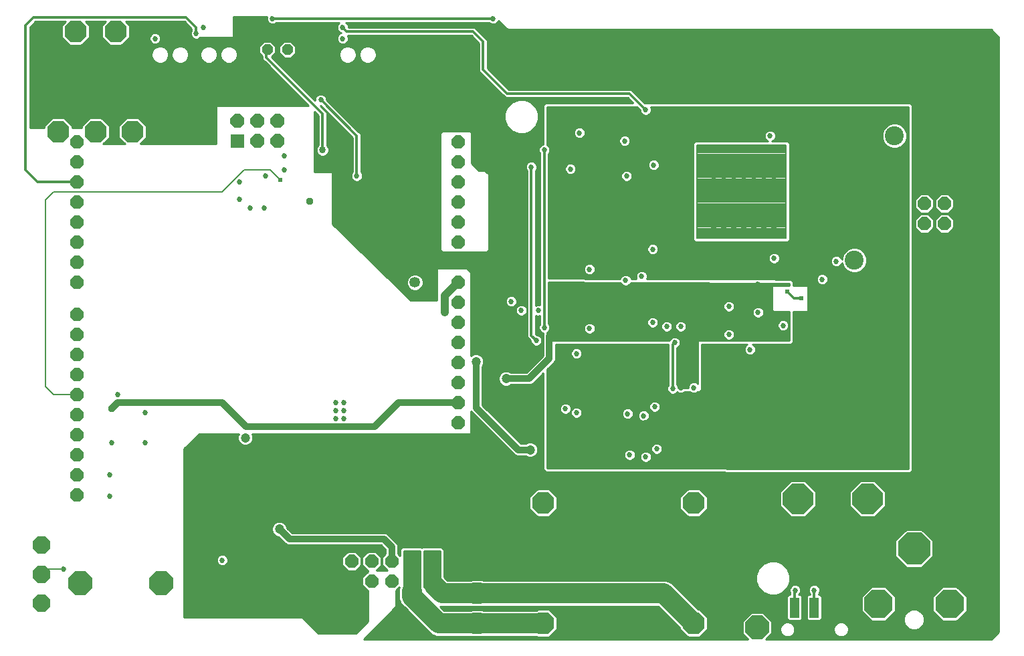
<source format=gbl>
G75*
%MOIN*%
%OFA0B0*%
%FSLAX24Y24*%
%IPPOS*%
%LPD*%
%AMOC8*
5,1,8,0,0,1.08239X$1,22.5*
%
%ADD10OC8,0.0660*%
%ADD11OC8,0.0700*%
%ADD12R,0.0700X0.0700*%
%ADD13R,0.0472X0.0984*%
%ADD14OC8,0.1210*%
%ADD15OC8,0.0531*%
%ADD16OC8,0.1095*%
%ADD17OC8,0.1620*%
%ADD18OC8,0.1325*%
%ADD19OC8,0.1424*%
%ADD20C,0.0270*%
%ADD21C,0.0120*%
%ADD22C,0.0472*%
%ADD23C,0.0320*%
%ADD24C,0.0376*%
%ADD25C,0.0100*%
%ADD26C,0.0531*%
%ADD27OC8,0.1181*%
%ADD28C,0.0945*%
%ADD29C,0.0070*%
%ADD30OC8,0.0886*%
%ADD31OC8,0.1502*%
%ADD32C,0.1000*%
%ADD33C,0.0560*%
%ADD34OC8,0.1050*%
%ADD35C,0.0416*%
%ADD36C,0.0400*%
%ADD37C,0.0337*%
%ADD38C,0.0700*%
%ADD39C,0.0240*%
D10*
X010041Y013125D03*
X010041Y014125D03*
X010041Y015125D03*
X010041Y016125D03*
X010041Y017125D03*
X010041Y018125D03*
X010041Y019125D03*
X010041Y020125D03*
X010041Y021125D03*
X010041Y022125D03*
X010041Y023725D03*
X010041Y024725D03*
X010041Y025725D03*
X010041Y026725D03*
X010041Y027725D03*
X010041Y028725D03*
X010041Y029725D03*
X010041Y030725D03*
X029041Y030725D03*
X029041Y029725D03*
X029041Y028725D03*
X029041Y027725D03*
X029041Y026725D03*
X029041Y025725D03*
X029041Y023725D03*
X029041Y022725D03*
X029041Y021725D03*
X029041Y020725D03*
X029041Y019725D03*
X029041Y018725D03*
X029041Y017725D03*
X029041Y016725D03*
X027743Y009825D03*
X026743Y009825D03*
X025743Y009825D03*
X024743Y009825D03*
X023743Y009825D03*
X023743Y008825D03*
X024743Y008825D03*
X025743Y008825D03*
X026743Y008825D03*
X027743Y008825D03*
X052282Y026648D03*
X052282Y027648D03*
X052282Y028648D03*
X052282Y029648D03*
X053282Y029648D03*
X053282Y028648D03*
X053282Y027648D03*
X053282Y026648D03*
D11*
X020041Y030775D03*
X020041Y031775D03*
X019041Y031775D03*
X019041Y030775D03*
X018041Y031775D03*
D12*
X018041Y030775D03*
D13*
X045809Y007508D03*
X046793Y007508D03*
X047778Y007508D03*
D14*
X020456Y008735D03*
X016431Y008735D03*
X014256Y008735D03*
X010231Y008735D03*
X032081Y034165D03*
X036106Y034165D03*
X038281Y034165D03*
X042306Y034165D03*
X044481Y034165D03*
X048506Y034165D03*
X050681Y034165D03*
X054706Y034165D03*
D15*
X021543Y035325D03*
X020543Y035325D03*
X019543Y035325D03*
D16*
X012823Y031225D03*
X010973Y031225D03*
X009123Y031225D03*
X009973Y036225D03*
X011973Y036225D03*
X033293Y012725D03*
X033293Y006725D03*
X040793Y006725D03*
X040793Y012725D03*
D17*
X051770Y010449D03*
D18*
X051770Y008087D03*
D19*
X053541Y007695D03*
X049998Y007695D03*
D20*
X046793Y008375D03*
X045843Y008375D03*
X045793Y014625D03*
X045293Y014625D03*
X044793Y014625D03*
X044293Y014625D03*
X043793Y014625D03*
X043793Y015125D03*
X043793Y015625D03*
X043793Y016125D03*
X043793Y016625D03*
X043793Y017125D03*
X043793Y017625D03*
X043793Y018125D03*
X044293Y018125D03*
X044293Y017625D03*
X044293Y017125D03*
X044293Y016625D03*
X044293Y016125D03*
X044293Y015625D03*
X044293Y015125D03*
X044793Y015125D03*
X044793Y015625D03*
X044793Y016125D03*
X044793Y016625D03*
X044793Y017125D03*
X044793Y017625D03*
X044793Y018125D03*
X044793Y018625D03*
X044293Y018625D03*
X044293Y019125D03*
X044293Y019625D03*
X044793Y019625D03*
X044793Y019125D03*
X045293Y019125D03*
X045293Y018625D03*
X045293Y018125D03*
X045293Y017625D03*
X045293Y017125D03*
X045293Y016625D03*
X045293Y016125D03*
X045293Y015625D03*
X045293Y015125D03*
X045793Y015125D03*
X045793Y015625D03*
X045793Y016125D03*
X045793Y016625D03*
X045793Y017125D03*
X045793Y017625D03*
X045793Y018125D03*
X045793Y018625D03*
X045793Y019125D03*
X045793Y019625D03*
X045293Y019625D03*
X045293Y020125D03*
X044793Y020125D03*
X045793Y020125D03*
X046293Y020125D03*
X046293Y019625D03*
X046293Y019125D03*
X046293Y018625D03*
X046293Y018125D03*
X046293Y017625D03*
X046293Y017125D03*
X046293Y016625D03*
X046293Y016125D03*
X046293Y015625D03*
X046293Y015125D03*
X046293Y014625D03*
X046793Y014625D03*
X046793Y015125D03*
X046793Y015625D03*
X046793Y016125D03*
X046793Y016625D03*
X046793Y017125D03*
X046793Y017625D03*
X046793Y018125D03*
X046793Y018625D03*
X046793Y019125D03*
X046793Y019625D03*
X046793Y020125D03*
X046793Y020625D03*
X046293Y020625D03*
X046293Y021125D03*
X046793Y021125D03*
X046793Y021625D03*
X047293Y021625D03*
X047293Y021125D03*
X047293Y020625D03*
X047293Y020125D03*
X047293Y019625D03*
X047293Y019125D03*
X047293Y018625D03*
X047293Y018125D03*
X047293Y017625D03*
X047293Y017125D03*
X047293Y016625D03*
X047293Y016125D03*
X047293Y015625D03*
X047293Y015125D03*
X047293Y014625D03*
X047793Y014625D03*
X047793Y015125D03*
X047793Y015625D03*
X047793Y016125D03*
X047793Y016625D03*
X047793Y017125D03*
X047793Y017625D03*
X047793Y018125D03*
X047793Y018625D03*
X047793Y019125D03*
X047793Y019625D03*
X047793Y020125D03*
X047793Y020625D03*
X047793Y021125D03*
X047793Y021625D03*
X047793Y022125D03*
X047293Y022125D03*
X048293Y022125D03*
X048293Y021625D03*
X048293Y021125D03*
X048293Y020625D03*
X048293Y020125D03*
X048293Y019625D03*
X048293Y019125D03*
X048293Y018625D03*
X048293Y018125D03*
X048293Y017625D03*
X048293Y017125D03*
X048293Y016625D03*
X048293Y016125D03*
X048293Y015625D03*
X048293Y015125D03*
X048293Y014625D03*
X048793Y014625D03*
X048793Y015125D03*
X048793Y015625D03*
X048793Y016125D03*
X048793Y016625D03*
X048793Y017125D03*
X048793Y017625D03*
X048793Y018125D03*
X048793Y018625D03*
X048793Y019125D03*
X048793Y019625D03*
X048793Y020125D03*
X048793Y020625D03*
X048793Y021125D03*
X048793Y021625D03*
X048793Y022125D03*
X049293Y022125D03*
X049293Y021625D03*
X049293Y021125D03*
X049293Y020625D03*
X049293Y020125D03*
X049293Y019625D03*
X049293Y019125D03*
X049293Y018625D03*
X049293Y018125D03*
X049293Y017625D03*
X049293Y017125D03*
X049293Y016625D03*
X049293Y016125D03*
X049293Y015625D03*
X049293Y015125D03*
X049293Y014625D03*
X049793Y014625D03*
X049793Y015125D03*
X049793Y015625D03*
X049793Y016125D03*
X049793Y016625D03*
X049793Y017125D03*
X049793Y017625D03*
X049793Y018125D03*
X049793Y018625D03*
X049793Y019125D03*
X049793Y019625D03*
X049793Y020125D03*
X049793Y020625D03*
X049793Y021125D03*
X049793Y021625D03*
X049793Y022125D03*
X050293Y022125D03*
X050293Y021625D03*
X050293Y021125D03*
X050293Y020625D03*
X050293Y020125D03*
X050293Y019625D03*
X050293Y019125D03*
X050293Y018625D03*
X050293Y018125D03*
X050293Y017625D03*
X050293Y017125D03*
X050293Y016625D03*
X050293Y016125D03*
X050293Y015625D03*
X050293Y015125D03*
X050293Y014625D03*
X050793Y014625D03*
X050793Y015125D03*
X050793Y015625D03*
X050793Y016125D03*
X050793Y016625D03*
X050793Y017125D03*
X050793Y017625D03*
X050793Y018125D03*
X050793Y018625D03*
X050793Y019125D03*
X050793Y019625D03*
X050793Y020125D03*
X050793Y020625D03*
X050793Y021125D03*
X050793Y021625D03*
X050793Y022125D03*
X051293Y022125D03*
X051293Y021625D03*
X051293Y021125D03*
X051293Y020625D03*
X051293Y020125D03*
X051293Y019625D03*
X051293Y019125D03*
X051293Y018625D03*
X051293Y018125D03*
X051293Y017625D03*
X051293Y017125D03*
X051293Y016625D03*
X051293Y016125D03*
X051293Y015625D03*
X051293Y015125D03*
X051293Y014625D03*
X044743Y021075D03*
X044793Y021575D03*
X045243Y021575D03*
X044293Y021875D03*
X043993Y022225D03*
X042543Y022525D03*
X042543Y023325D03*
X043993Y023625D03*
X044093Y024025D03*
X044793Y024925D03*
X045693Y024775D03*
X045793Y023875D03*
X047193Y023875D03*
X047893Y024775D03*
X044793Y026475D03*
X044293Y026475D03*
X043793Y026475D03*
X043293Y026475D03*
X042793Y026475D03*
X042293Y026475D03*
X041793Y026475D03*
X041793Y026975D03*
X041793Y027475D03*
X041793Y027975D03*
X041793Y028475D03*
X041793Y028975D03*
X041793Y029475D03*
X041793Y029975D03*
X042293Y029975D03*
X042293Y029475D03*
X042293Y028975D03*
X042293Y028475D03*
X042293Y027975D03*
X042293Y027475D03*
X042293Y026975D03*
X042793Y026975D03*
X042793Y027475D03*
X042793Y027975D03*
X042793Y028475D03*
X042793Y028975D03*
X042793Y029475D03*
X042793Y029975D03*
X043293Y029975D03*
X043293Y029475D03*
X043293Y028975D03*
X043293Y028475D03*
X043293Y027975D03*
X043293Y027475D03*
X043293Y026975D03*
X043793Y026975D03*
X043793Y027475D03*
X043793Y027975D03*
X043793Y028475D03*
X043793Y028975D03*
X043793Y029475D03*
X043793Y029975D03*
X044293Y029975D03*
X044293Y029475D03*
X044293Y028975D03*
X044293Y028475D03*
X044293Y027975D03*
X044293Y027475D03*
X044293Y026975D03*
X044793Y026975D03*
X044793Y027475D03*
X044793Y027975D03*
X044793Y028475D03*
X044793Y028975D03*
X044793Y029475D03*
X044793Y029975D03*
X044593Y031025D03*
X038793Y029575D03*
X037443Y029025D03*
X037343Y030775D03*
X038393Y032325D03*
X035093Y031175D03*
X033743Y030075D03*
X033343Y030325D03*
X032693Y029475D03*
X034643Y029375D03*
X035093Y028275D03*
X031943Y026125D03*
X032243Y024025D03*
X031693Y023575D03*
X031693Y022775D03*
X032193Y022325D03*
X033043Y022325D03*
X033343Y021475D03*
X032943Y020825D03*
X034943Y020175D03*
X035593Y021425D03*
X037393Y023825D03*
X038193Y024025D03*
X038193Y023175D03*
X038693Y022825D03*
X038743Y021725D03*
X039443Y021525D03*
X040143Y021525D03*
X039843Y020725D03*
X040143Y018475D03*
X039743Y018425D03*
X038843Y018325D03*
X038293Y018775D03*
X037493Y018675D03*
X038843Y017525D03*
X038293Y017075D03*
X038393Y016725D03*
X038943Y016325D03*
X038943Y015425D03*
X038393Y015025D03*
X037593Y015125D03*
X037593Y016625D03*
X037493Y017175D03*
X034943Y017225D03*
X034393Y017425D03*
X040793Y018475D03*
X042543Y021125D03*
X043593Y020375D03*
X039843Y023425D03*
X038743Y025375D03*
X035593Y024375D03*
X033043Y023825D03*
X025893Y028275D03*
X023993Y029025D03*
X020393Y029325D03*
X020393Y030025D03*
X019443Y029025D03*
X018143Y028725D03*
X018143Y027875D03*
X018693Y027425D03*
X019393Y027425D03*
X022201Y032825D03*
X023293Y035875D03*
X023293Y036425D03*
X019793Y036875D03*
X016343Y036425D03*
X015993Y036125D03*
X013943Y035875D03*
X013943Y036425D03*
X028843Y032875D03*
X030793Y036875D03*
X012093Y018125D03*
X013443Y017225D03*
X013443Y015725D03*
X011793Y015725D03*
X011693Y014125D03*
X011693Y013075D03*
X009393Y009425D03*
X017293Y009875D03*
X022943Y016925D03*
X022943Y017325D03*
X022943Y017725D03*
X023343Y017725D03*
X023343Y017325D03*
X023343Y016925D03*
D21*
X032693Y021075D02*
X032943Y020825D01*
X032693Y021075D02*
X032693Y029475D01*
X033343Y030325D02*
X033343Y021475D01*
X039743Y020625D02*
X039743Y018425D01*
X039743Y020625D02*
X039843Y020725D01*
X045443Y023275D02*
X045793Y022925D01*
X046143Y022925D01*
X038393Y032325D02*
X037593Y033125D01*
X031493Y033125D01*
X030293Y034325D01*
X030293Y035725D01*
X029793Y036225D01*
X023493Y036225D01*
X023293Y036425D01*
X019793Y036875D02*
X030793Y036875D01*
X023993Y031032D02*
X023993Y029025D01*
X022293Y030325D02*
X022293Y032125D01*
X019493Y034925D01*
X019493Y035275D01*
X019543Y035325D01*
X022201Y032825D02*
X023993Y031032D01*
X015993Y036125D02*
X015993Y036425D01*
X015493Y036925D01*
X007893Y036925D01*
X007493Y036525D01*
X007493Y029325D01*
X008093Y028725D01*
X010041Y028725D01*
X045809Y008375D02*
X045809Y007508D01*
X045843Y008375D02*
X045809Y008375D01*
X046793Y008375D02*
X046793Y007508D01*
D22*
X032643Y015375D03*
X031443Y018925D03*
X029943Y019775D03*
X020143Y011425D03*
X018443Y015975D03*
D23*
X018493Y016525D02*
X017293Y017725D01*
X012093Y017725D01*
X011793Y017425D01*
X018493Y016525D02*
X024893Y016525D01*
X026093Y017725D01*
X029041Y017725D01*
X029943Y017475D02*
X032043Y015375D01*
X032643Y015375D01*
X029943Y017475D02*
X029943Y019775D01*
X031443Y018925D02*
X032593Y018925D01*
X033593Y019925D01*
X033593Y021025D01*
X025343Y010925D02*
X020643Y010925D01*
X020143Y011425D01*
X025343Y010925D02*
X025743Y010525D01*
X025743Y009825D01*
D24*
X016493Y015125D03*
X016393Y011825D03*
X011793Y017425D03*
X021643Y027775D03*
X035893Y011025D03*
X035893Y010575D03*
X035893Y010125D03*
X035893Y009675D03*
X036343Y009675D03*
X036793Y009675D03*
X037243Y009675D03*
X037693Y009675D03*
X038143Y009675D03*
X038143Y010125D03*
X038143Y010575D03*
X038143Y011025D03*
D25*
X040096Y012436D02*
X040504Y012028D01*
X041082Y012028D01*
X041491Y012436D01*
X041491Y013014D01*
X041082Y013422D01*
X040504Y013422D01*
X040096Y013014D01*
X033991Y013014D01*
X033582Y013422D01*
X033004Y013422D01*
X032596Y013014D01*
X015393Y013014D01*
X015393Y012916D02*
X032596Y012916D01*
X032596Y013014D02*
X032596Y012436D01*
X033004Y012028D01*
X033582Y012028D01*
X033991Y012436D01*
X033991Y013014D01*
X033991Y012916D02*
X040096Y012916D01*
X040096Y013014D02*
X040096Y012436D01*
X040109Y012423D02*
X033978Y012423D01*
X033991Y012522D02*
X040096Y012522D01*
X040096Y012620D02*
X033991Y012620D01*
X033991Y012719D02*
X040096Y012719D01*
X040096Y012817D02*
X033991Y012817D01*
X033892Y013113D02*
X040194Y013113D01*
X040293Y013211D02*
X033794Y013211D01*
X033695Y013310D02*
X040391Y013310D01*
X040490Y013408D02*
X033597Y013408D01*
X032990Y013408D02*
X015393Y013408D01*
X015393Y013310D02*
X032891Y013310D01*
X032793Y013211D02*
X015393Y013211D01*
X015393Y013113D02*
X032694Y013113D01*
X032596Y012817D02*
X015393Y012817D01*
X015393Y012719D02*
X032596Y012719D01*
X032596Y012620D02*
X015393Y012620D01*
X015393Y012522D02*
X032596Y012522D01*
X032609Y012423D02*
X015393Y012423D01*
X015393Y012325D02*
X032707Y012325D01*
X032806Y012226D02*
X015393Y012226D01*
X015393Y012128D02*
X032904Y012128D01*
X033003Y012029D02*
X015393Y012029D01*
X015393Y011931D02*
X055993Y011931D01*
X055993Y012029D02*
X049822Y012029D01*
X049817Y012024D02*
X050344Y012552D01*
X050344Y013298D01*
X049817Y013826D01*
X049070Y013826D01*
X048542Y013298D01*
X048542Y012552D01*
X049070Y012024D01*
X049817Y012024D01*
X049920Y012128D02*
X055993Y012128D01*
X055993Y012226D02*
X050019Y012226D01*
X050117Y012325D02*
X055993Y012325D01*
X055993Y012423D02*
X050216Y012423D01*
X050314Y012522D02*
X055993Y012522D01*
X055993Y012620D02*
X050344Y012620D01*
X050344Y012719D02*
X055993Y012719D01*
X055993Y012817D02*
X050344Y012817D01*
X050344Y012916D02*
X055993Y012916D01*
X055993Y013014D02*
X050344Y013014D01*
X050344Y013113D02*
X055993Y013113D01*
X055993Y013211D02*
X050344Y013211D01*
X050333Y013310D02*
X055993Y013310D01*
X055993Y013408D02*
X050235Y013408D01*
X050136Y013507D02*
X055993Y013507D01*
X055993Y013605D02*
X050038Y013605D01*
X049939Y013704D02*
X055993Y013704D01*
X055993Y013802D02*
X049841Y013802D01*
X049046Y013802D02*
X046391Y013802D01*
X046367Y013826D02*
X046894Y013298D01*
X046894Y012552D01*
X046367Y012024D01*
X045620Y012024D01*
X045092Y012552D01*
X045092Y013298D01*
X045620Y013826D01*
X046367Y013826D01*
X046489Y013704D02*
X048947Y013704D01*
X048849Y013605D02*
X046588Y013605D01*
X046686Y013507D02*
X048750Y013507D01*
X048652Y013408D02*
X046785Y013408D01*
X046883Y013310D02*
X048553Y013310D01*
X048542Y013211D02*
X046894Y013211D01*
X046894Y013113D02*
X048542Y013113D01*
X048542Y013014D02*
X046894Y013014D01*
X046894Y012916D02*
X048542Y012916D01*
X048542Y012817D02*
X046894Y012817D01*
X046894Y012719D02*
X048542Y012719D01*
X048542Y012620D02*
X046894Y012620D01*
X046864Y012522D02*
X048572Y012522D01*
X048671Y012423D02*
X046766Y012423D01*
X046667Y012325D02*
X048769Y012325D01*
X048868Y012226D02*
X046569Y012226D01*
X046470Y012128D02*
X048966Y012128D01*
X049065Y012029D02*
X046372Y012029D01*
X045615Y012029D02*
X041084Y012029D01*
X041182Y012128D02*
X045516Y012128D01*
X045418Y012226D02*
X041281Y012226D01*
X041379Y012325D02*
X045319Y012325D01*
X045221Y012423D02*
X041478Y012423D01*
X041491Y012522D02*
X045122Y012522D01*
X045092Y012620D02*
X041491Y012620D01*
X041491Y012719D02*
X045092Y012719D01*
X045092Y012817D02*
X041491Y012817D01*
X041491Y012916D02*
X045092Y012916D01*
X045092Y013014D02*
X041491Y013014D01*
X041392Y013113D02*
X045092Y013113D01*
X045092Y013211D02*
X041294Y013211D01*
X041195Y013310D02*
X045103Y013310D01*
X045202Y013408D02*
X041097Y013408D01*
X040207Y012325D02*
X033879Y012325D01*
X033781Y012226D02*
X040306Y012226D01*
X040404Y012128D02*
X033682Y012128D01*
X033584Y012029D02*
X040503Y012029D01*
X038555Y014783D02*
X038450Y014740D01*
X038337Y014740D01*
X038232Y014783D01*
X038152Y014864D01*
X038108Y014968D01*
X038108Y015082D01*
X038152Y015186D01*
X038232Y015267D01*
X038337Y015310D01*
X038450Y015310D01*
X038555Y015267D01*
X038635Y015186D01*
X038678Y015082D01*
X038678Y014968D01*
X038635Y014864D01*
X038555Y014783D01*
X038558Y014787D02*
X051493Y014787D01*
X051493Y014689D02*
X033493Y014689D01*
X033493Y014787D02*
X038228Y014787D01*
X038143Y014886D02*
X037757Y014886D01*
X037755Y014883D02*
X037835Y014964D01*
X037878Y015068D01*
X037878Y015182D01*
X037835Y015286D01*
X037755Y015367D01*
X037650Y015410D01*
X037537Y015410D01*
X037432Y015367D01*
X037352Y015286D01*
X037308Y015182D01*
X037308Y015068D01*
X037352Y014964D01*
X037432Y014883D01*
X037537Y014840D01*
X037650Y014840D01*
X037755Y014883D01*
X037843Y014984D02*
X038108Y014984D01*
X038109Y015083D02*
X037878Y015083D01*
X037878Y015181D02*
X038149Y015181D01*
X038263Y015280D02*
X037838Y015280D01*
X037727Y015378D02*
X038658Y015378D01*
X038658Y015368D02*
X038702Y015264D01*
X038782Y015183D01*
X038887Y015140D01*
X039000Y015140D01*
X039105Y015183D01*
X039185Y015264D01*
X039228Y015368D01*
X039228Y015482D01*
X039185Y015586D01*
X039105Y015667D01*
X039000Y015710D01*
X038887Y015710D01*
X038782Y015667D01*
X038702Y015586D01*
X038658Y015482D01*
X038658Y015368D01*
X038695Y015280D02*
X038524Y015280D01*
X038637Y015181D02*
X038788Y015181D01*
X038678Y015083D02*
X051493Y015083D01*
X051493Y015181D02*
X039099Y015181D01*
X039192Y015280D02*
X051493Y015280D01*
X051493Y015378D02*
X039228Y015378D01*
X039228Y015477D02*
X051493Y015477D01*
X051493Y015575D02*
X039190Y015575D01*
X039088Y015674D02*
X051493Y015674D01*
X051493Y015772D02*
X033493Y015772D01*
X033493Y015674D02*
X038799Y015674D01*
X038697Y015575D02*
X033493Y015575D01*
X033493Y015477D02*
X038658Y015477D01*
X038678Y014984D02*
X051493Y014984D01*
X051493Y014886D02*
X038644Y014886D01*
X037430Y014886D02*
X033493Y014886D01*
X033493Y014984D02*
X037343Y014984D01*
X037308Y015083D02*
X033493Y015083D01*
X033493Y015181D02*
X037308Y015181D01*
X037349Y015280D02*
X033493Y015280D01*
X033493Y015378D02*
X037459Y015378D01*
X037437Y016890D02*
X037332Y016933D01*
X037252Y017014D01*
X037208Y017118D01*
X037208Y017232D01*
X037252Y017336D01*
X037332Y017417D01*
X037437Y017460D01*
X037550Y017460D01*
X037655Y017417D01*
X037735Y017336D01*
X037778Y017232D01*
X037778Y017118D01*
X037735Y017014D01*
X037655Y016933D01*
X037550Y016890D01*
X037437Y016890D01*
X037311Y016954D02*
X035034Y016954D01*
X035000Y016940D02*
X035105Y016983D01*
X035185Y017064D01*
X035228Y017168D01*
X035228Y017282D01*
X035185Y017386D01*
X035105Y017467D01*
X035000Y017510D01*
X034887Y017510D01*
X034782Y017467D01*
X034702Y017386D01*
X034658Y017282D01*
X034658Y017168D01*
X034702Y017064D01*
X034782Y016983D01*
X034887Y016940D01*
X035000Y016940D01*
X034853Y016954D02*
X033493Y016954D01*
X033493Y016856D02*
X038110Y016856D01*
X038132Y016833D02*
X038237Y016790D01*
X038350Y016790D01*
X038455Y016833D01*
X038535Y016914D01*
X038578Y017018D01*
X038578Y017132D01*
X038535Y017236D01*
X038455Y017317D01*
X038350Y017360D01*
X038237Y017360D01*
X038132Y017317D01*
X038052Y017236D01*
X038008Y017132D01*
X038008Y017018D01*
X038052Y016914D01*
X038132Y016833D01*
X038035Y016954D02*
X037675Y016954D01*
X037751Y017053D02*
X038008Y017053D01*
X038016Y017151D02*
X037778Y017151D01*
X037771Y017250D02*
X038065Y017250D01*
X038208Y017348D02*
X037723Y017348D01*
X037583Y017447D02*
X038567Y017447D01*
X038558Y017468D02*
X038602Y017364D01*
X038682Y017283D01*
X038787Y017240D01*
X038900Y017240D01*
X039005Y017283D01*
X039085Y017364D01*
X039128Y017468D01*
X039128Y017582D01*
X039085Y017686D01*
X039005Y017767D01*
X038900Y017810D01*
X038787Y017810D01*
X038682Y017767D01*
X038602Y017686D01*
X038558Y017582D01*
X038558Y017468D01*
X038558Y017545D02*
X034652Y017545D01*
X034635Y017586D02*
X034555Y017667D01*
X034450Y017710D01*
X034337Y017710D01*
X034232Y017667D01*
X034152Y017586D01*
X034108Y017482D01*
X034108Y017368D01*
X034152Y017264D01*
X034232Y017183D01*
X034337Y017140D01*
X034450Y017140D01*
X034555Y017183D01*
X034635Y017264D01*
X034678Y017368D01*
X034678Y017482D01*
X034635Y017586D01*
X034578Y017644D02*
X038584Y017644D01*
X038657Y017742D02*
X033493Y017742D01*
X033493Y017644D02*
X034209Y017644D01*
X034135Y017545D02*
X033493Y017545D01*
X033493Y017447D02*
X034108Y017447D01*
X034117Y017348D02*
X033493Y017348D01*
X033493Y017250D02*
X034166Y017250D01*
X034310Y017151D02*
X033493Y017151D01*
X033493Y017053D02*
X034713Y017053D01*
X034665Y017151D02*
X034477Y017151D01*
X034621Y017250D02*
X034658Y017250D01*
X034670Y017348D02*
X034686Y017348D01*
X034678Y017447D02*
X034762Y017447D01*
X035125Y017447D02*
X037404Y017447D01*
X037263Y017348D02*
X035201Y017348D01*
X035228Y017250D02*
X037216Y017250D01*
X037208Y017151D02*
X035221Y017151D01*
X035174Y017053D02*
X037236Y017053D01*
X038379Y017348D02*
X038617Y017348D01*
X038522Y017250D02*
X038764Y017250D01*
X038923Y017250D02*
X051493Y017250D01*
X051493Y017348D02*
X039069Y017348D01*
X039119Y017447D02*
X051493Y017447D01*
X051493Y017545D02*
X039128Y017545D01*
X039103Y017644D02*
X051493Y017644D01*
X051493Y017742D02*
X039029Y017742D01*
X039531Y018235D02*
X033493Y018235D01*
X033493Y018333D02*
X039473Y018333D01*
X039458Y018368D02*
X039502Y018264D01*
X039582Y018183D01*
X039687Y018140D01*
X039800Y018140D01*
X039905Y018183D01*
X039968Y018247D01*
X039982Y018233D01*
X040087Y018190D01*
X040200Y018190D01*
X040305Y018233D01*
X040346Y018275D01*
X040590Y018275D01*
X040632Y018233D01*
X040737Y018190D01*
X040850Y018190D01*
X040955Y018233D01*
X040996Y018275D01*
X041076Y018275D01*
X041193Y018392D01*
X041193Y020625D01*
X043452Y020625D01*
X043432Y020617D01*
X043352Y020536D01*
X043308Y020432D01*
X043308Y020318D01*
X043352Y020214D01*
X043432Y020133D01*
X043537Y020090D01*
X043650Y020090D01*
X043755Y020133D01*
X043835Y020214D01*
X043878Y020318D01*
X043878Y020432D01*
X043835Y020536D01*
X043755Y020617D01*
X043734Y020625D01*
X045626Y020625D01*
X045743Y020742D01*
X045743Y022275D01*
X046435Y022275D01*
X046493Y022334D01*
X046493Y023516D01*
X046435Y023575D01*
X045743Y023575D01*
X045743Y023675D01*
X045744Y023757D01*
X045743Y023757D01*
X045743Y023758D01*
X045685Y023816D01*
X045627Y023875D01*
X045626Y023875D01*
X045544Y023875D01*
X044120Y023881D01*
X044050Y023910D01*
X043937Y023910D01*
X043869Y023882D01*
X038452Y023904D01*
X038478Y023968D01*
X038478Y024082D01*
X038435Y024186D01*
X038355Y024267D01*
X038250Y024310D01*
X038137Y024310D01*
X038032Y024267D01*
X037952Y024186D01*
X037908Y024082D01*
X037908Y023968D01*
X037934Y023907D01*
X037668Y023908D01*
X037635Y023986D01*
X037555Y024067D01*
X037450Y024110D01*
X037337Y024110D01*
X037232Y024067D01*
X037152Y023986D01*
X037120Y023910D01*
X033576Y023925D01*
X033553Y023925D01*
X033553Y030132D01*
X033585Y030164D01*
X033628Y030268D01*
X033628Y030382D01*
X033585Y030486D01*
X033505Y030567D01*
X033493Y030571D01*
X033493Y032475D01*
X037946Y032475D01*
X038108Y032313D01*
X038108Y032268D01*
X038152Y032164D01*
X038232Y032083D01*
X038337Y032040D01*
X038450Y032040D01*
X038555Y032083D01*
X038635Y032164D01*
X038678Y032268D01*
X038678Y032382D01*
X038640Y032475D01*
X051493Y032475D01*
X051493Y014425D01*
X033493Y014475D01*
X033493Y019387D01*
X033769Y019662D01*
X033856Y019749D01*
X033903Y019863D01*
X033903Y020625D01*
X039533Y020625D01*
X039533Y018618D01*
X039502Y018586D01*
X039458Y018482D01*
X039458Y018368D01*
X039458Y018432D02*
X033493Y018432D01*
X033493Y018530D02*
X039478Y018530D01*
X039533Y018629D02*
X033493Y018629D01*
X033493Y018727D02*
X039533Y018727D01*
X039533Y018826D02*
X033493Y018826D01*
X033493Y018924D02*
X039533Y018924D01*
X039533Y019023D02*
X033493Y019023D01*
X033493Y019121D02*
X039533Y019121D01*
X039533Y019220D02*
X033493Y019220D01*
X033493Y019318D02*
X039533Y019318D01*
X039533Y019417D02*
X033523Y019417D01*
X033622Y019515D02*
X039533Y019515D01*
X039533Y019614D02*
X033720Y019614D01*
X033819Y019712D02*
X039533Y019712D01*
X039533Y019811D02*
X033881Y019811D01*
X033903Y019909D02*
X034841Y019909D01*
X034887Y019890D02*
X035000Y019890D01*
X035105Y019933D01*
X035185Y020014D01*
X035228Y020118D01*
X035228Y020232D01*
X035185Y020336D01*
X035105Y020417D01*
X035000Y020460D01*
X034887Y020460D01*
X034782Y020417D01*
X034702Y020336D01*
X034658Y020232D01*
X034658Y020118D01*
X034702Y020014D01*
X034782Y019933D01*
X034887Y019890D01*
X035046Y019909D02*
X039533Y019909D01*
X039533Y020008D02*
X035179Y020008D01*
X035223Y020106D02*
X039533Y020106D01*
X039533Y020205D02*
X035228Y020205D01*
X035199Y020303D02*
X039533Y020303D01*
X039533Y020402D02*
X035120Y020402D01*
X034767Y020402D02*
X033903Y020402D01*
X033903Y020500D02*
X039533Y020500D01*
X039533Y020599D02*
X033903Y020599D01*
X033903Y020303D02*
X034688Y020303D01*
X034658Y020205D02*
X033903Y020205D01*
X033903Y020106D02*
X034663Y020106D01*
X034708Y020008D02*
X033903Y020008D01*
X033283Y020053D02*
X032465Y019235D01*
X031680Y019235D01*
X031662Y019252D01*
X031520Y019311D01*
X031366Y019311D01*
X031225Y019252D01*
X031116Y019144D01*
X031057Y019002D01*
X031057Y018848D01*
X031116Y018706D01*
X031225Y018598D01*
X031366Y018539D01*
X031520Y018539D01*
X031662Y018598D01*
X031680Y018615D01*
X032655Y018615D01*
X032769Y018662D01*
X033293Y019187D01*
X033293Y014475D01*
X033293Y014393D01*
X015393Y014393D01*
X015393Y014295D02*
X033391Y014295D01*
X033410Y014275D02*
X033410Y014275D01*
X033352Y014334D01*
X033293Y014392D01*
X033293Y014392D01*
X033293Y014393D01*
X033293Y014492D02*
X015393Y014492D01*
X015393Y014590D02*
X033293Y014590D01*
X033293Y014689D02*
X015393Y014689D01*
X015393Y014787D02*
X033293Y014787D01*
X033293Y014886D02*
X015393Y014886D01*
X015393Y014984D02*
X033293Y014984D01*
X033293Y015083D02*
X032897Y015083D01*
X032862Y015048D02*
X032971Y015156D01*
X033030Y015298D01*
X033030Y015452D01*
X032971Y015594D01*
X032862Y015702D01*
X032720Y015761D01*
X032566Y015761D01*
X032425Y015702D01*
X032407Y015685D01*
X032172Y015685D01*
X030253Y017603D01*
X030253Y019539D01*
X030271Y019556D01*
X030330Y019698D01*
X030330Y019852D01*
X030271Y019994D01*
X030162Y020102D01*
X030020Y020161D01*
X029866Y020161D01*
X029725Y020102D01*
X029693Y020071D01*
X029693Y024225D01*
X029493Y024425D01*
X027993Y024425D01*
X027993Y022825D01*
X026693Y022825D01*
X022793Y026625D01*
X022793Y029225D01*
X021893Y029225D01*
X021893Y032228D01*
X022083Y032038D01*
X022083Y030565D01*
X022023Y030505D01*
X021975Y030388D01*
X021975Y030262D01*
X022023Y030145D01*
X022113Y030055D01*
X022230Y030007D01*
X022357Y030007D01*
X022474Y030055D01*
X022563Y030145D01*
X022612Y030262D01*
X022612Y030388D01*
X022563Y030505D01*
X022503Y030565D01*
X022503Y032212D01*
X022175Y032540D01*
X022189Y032540D01*
X023783Y030945D01*
X023783Y029218D01*
X023752Y029186D01*
X023708Y029082D01*
X023708Y028968D01*
X023752Y028864D01*
X023832Y028783D01*
X023937Y028740D01*
X024050Y028740D01*
X024155Y028783D01*
X024235Y028864D01*
X024278Y028968D01*
X024278Y029082D01*
X024235Y029186D01*
X024203Y029218D01*
X024203Y031119D01*
X024080Y031242D01*
X022486Y032837D01*
X022486Y032882D01*
X022442Y032986D01*
X022362Y033067D01*
X022257Y033110D01*
X022144Y033110D01*
X022039Y033067D01*
X021959Y032986D01*
X021916Y032882D01*
X021916Y032800D01*
X019761Y034955D01*
X019959Y035153D01*
X019959Y035497D01*
X019716Y035741D01*
X019371Y035741D01*
X019128Y035497D01*
X019128Y035153D01*
X019283Y034997D01*
X019283Y034838D01*
X019406Y034715D01*
X021596Y032525D01*
X016993Y032525D01*
X016993Y030625D01*
X013210Y030625D01*
X013521Y030936D01*
X013521Y031514D01*
X013112Y031922D01*
X012534Y031922D01*
X012126Y031514D01*
X012126Y030936D01*
X012437Y030625D01*
X011360Y030625D01*
X011671Y030936D01*
X011671Y031514D01*
X011262Y031922D01*
X010684Y031922D01*
X010276Y031514D01*
X010276Y031425D01*
X009821Y031425D01*
X009821Y031514D01*
X009412Y031922D01*
X008834Y031922D01*
X008426Y031514D01*
X008426Y031425D01*
X007703Y031425D01*
X007703Y036438D01*
X007980Y036715D01*
X009477Y036715D01*
X009276Y036514D01*
X009276Y035936D01*
X009684Y035528D01*
X010262Y035528D01*
X010671Y035936D01*
X010671Y036514D01*
X010470Y036715D01*
X011477Y036715D01*
X011276Y036514D01*
X011276Y035936D01*
X011684Y035528D01*
X012262Y035528D01*
X012671Y035936D01*
X012671Y036514D01*
X012470Y036715D01*
X015403Y036715D01*
X015743Y036375D01*
X015743Y036266D01*
X015708Y036182D01*
X015708Y036068D01*
X015743Y035984D01*
X015743Y035925D01*
X015790Y035925D01*
X015832Y035883D01*
X015937Y035840D01*
X016050Y035840D01*
X016155Y035883D01*
X016196Y035925D01*
X017843Y035925D01*
X017843Y036975D01*
X019526Y036975D01*
X019508Y036932D01*
X019508Y036818D01*
X019552Y036714D01*
X019632Y036633D01*
X019737Y036590D01*
X019850Y036590D01*
X019955Y036633D01*
X019986Y036665D01*
X023130Y036665D01*
X023052Y036586D01*
X023008Y036482D01*
X023008Y036368D01*
X023052Y036264D01*
X023132Y036183D01*
X023212Y036150D01*
X023132Y036117D01*
X023052Y036036D01*
X023008Y035932D01*
X023008Y035818D01*
X023052Y035714D01*
X023132Y035633D01*
X023237Y035590D01*
X023350Y035590D01*
X023455Y035633D01*
X023535Y035714D01*
X023578Y035818D01*
X023578Y035932D01*
X023544Y036015D01*
X029706Y036015D01*
X030083Y035638D01*
X030083Y034238D01*
X031406Y032915D01*
X037506Y032915D01*
X037746Y032675D01*
X033410Y032675D01*
X033293Y032558D01*
X033293Y030610D01*
X033287Y030610D01*
X033182Y030567D01*
X033102Y030486D01*
X033058Y030382D01*
X033058Y030268D01*
X033102Y030164D01*
X033133Y030132D01*
X033133Y022596D01*
X033100Y022610D01*
X032987Y022610D01*
X032903Y022575D01*
X032903Y029282D01*
X032935Y029314D01*
X032978Y029418D01*
X032978Y029532D01*
X032935Y029636D01*
X032855Y029717D01*
X032750Y029760D01*
X032637Y029760D01*
X032532Y029717D01*
X032452Y029636D01*
X032408Y029532D01*
X032408Y029418D01*
X032452Y029314D01*
X032483Y029282D01*
X032483Y020988D01*
X032606Y020865D01*
X032606Y020865D01*
X032658Y020813D01*
X032658Y020768D01*
X032702Y020664D01*
X032782Y020583D01*
X032887Y020540D01*
X033000Y020540D01*
X033105Y020583D01*
X033185Y020664D01*
X033228Y020768D01*
X033228Y020882D01*
X033185Y020986D01*
X033105Y021067D01*
X033000Y021110D01*
X032955Y021110D01*
X032903Y021162D01*
X032903Y022075D01*
X032987Y022040D01*
X033100Y022040D01*
X033133Y022054D01*
X033133Y021668D01*
X033102Y021636D01*
X033058Y021532D01*
X033058Y021418D01*
X033102Y021314D01*
X033182Y021233D01*
X033287Y021190D01*
X033293Y021190D01*
X033293Y021111D01*
X033283Y021087D01*
X033283Y020053D01*
X033283Y020106D02*
X030153Y020106D01*
X030257Y020008D02*
X033237Y020008D01*
X033139Y019909D02*
X030306Y019909D01*
X030330Y019811D02*
X033040Y019811D01*
X032942Y019712D02*
X030330Y019712D01*
X030294Y019614D02*
X032843Y019614D01*
X032745Y019515D02*
X030253Y019515D01*
X030253Y019417D02*
X032646Y019417D01*
X032548Y019318D02*
X030253Y019318D01*
X030253Y019220D02*
X031192Y019220D01*
X031106Y019121D02*
X030253Y019121D01*
X030253Y019023D02*
X031066Y019023D01*
X031057Y018924D02*
X030253Y018924D01*
X030253Y018826D02*
X031066Y018826D01*
X031107Y018727D02*
X030253Y018727D01*
X030253Y018629D02*
X031194Y018629D01*
X030253Y018530D02*
X033293Y018530D01*
X033293Y018432D02*
X030253Y018432D01*
X030253Y018333D02*
X033293Y018333D01*
X033293Y018235D02*
X030253Y018235D01*
X030253Y018136D02*
X033293Y018136D01*
X033293Y018038D02*
X030253Y018038D01*
X030253Y017939D02*
X033293Y017939D01*
X033293Y017841D02*
X030253Y017841D01*
X030253Y017742D02*
X033293Y017742D01*
X033293Y017644D02*
X030253Y017644D01*
X030312Y017545D02*
X033293Y017545D01*
X033293Y017447D02*
X030410Y017447D01*
X030509Y017348D02*
X033293Y017348D01*
X033293Y017250D02*
X030607Y017250D01*
X030706Y017151D02*
X033293Y017151D01*
X033293Y017053D02*
X030804Y017053D01*
X030903Y016954D02*
X033293Y016954D01*
X033293Y016856D02*
X031001Y016856D01*
X031100Y016757D02*
X033293Y016757D01*
X033293Y016659D02*
X031198Y016659D01*
X031297Y016560D02*
X033293Y016560D01*
X033293Y016462D02*
X031395Y016462D01*
X031494Y016363D02*
X033293Y016363D01*
X033293Y016265D02*
X031592Y016265D01*
X031691Y016166D02*
X033293Y016166D01*
X033293Y016068D02*
X031789Y016068D01*
X031888Y015969D02*
X033293Y015969D01*
X033293Y015871D02*
X031986Y015871D01*
X032085Y015772D02*
X033293Y015772D01*
X033293Y015674D02*
X032891Y015674D01*
X032978Y015575D02*
X033293Y015575D01*
X033293Y015477D02*
X033019Y015477D01*
X033030Y015378D02*
X033293Y015378D01*
X033293Y015280D02*
X033022Y015280D01*
X032981Y015181D02*
X033293Y015181D01*
X032862Y015048D02*
X032720Y014989D01*
X032566Y014989D01*
X032425Y015048D01*
X032407Y015065D01*
X031982Y015065D01*
X031868Y015112D01*
X029693Y017287D01*
X029693Y016175D01*
X018779Y016175D01*
X018830Y016052D01*
X018830Y015898D01*
X018771Y015756D01*
X018662Y015648D01*
X018520Y015589D01*
X018366Y015589D01*
X018225Y015648D01*
X018116Y015756D01*
X018057Y015898D01*
X018057Y016052D01*
X018108Y016175D01*
X016155Y016175D01*
X015393Y015413D01*
X015393Y007025D01*
X021293Y007025D01*
X022093Y006225D01*
X023943Y006225D01*
X024543Y006825D01*
X024543Y008346D01*
X024263Y008626D01*
X024263Y009024D01*
X024543Y009304D01*
X024543Y009346D01*
X024263Y009626D01*
X024263Y010024D01*
X024544Y010305D01*
X024942Y010305D01*
X025223Y010024D01*
X025223Y009626D01*
X024972Y009375D01*
X025514Y009375D01*
X025263Y009626D01*
X025263Y010024D01*
X025433Y010194D01*
X025433Y010397D01*
X025215Y010615D01*
X020582Y010615D01*
X020468Y010662D01*
X020091Y011039D01*
X020066Y011039D01*
X019925Y011098D01*
X019816Y011206D01*
X019757Y011348D01*
X019757Y011502D01*
X019816Y011644D01*
X019925Y011752D01*
X020066Y011811D01*
X020220Y011811D01*
X020362Y011752D01*
X020471Y011644D01*
X020530Y011502D01*
X020530Y011477D01*
X020772Y011235D01*
X025405Y011235D01*
X025519Y011188D01*
X025606Y011101D01*
X026006Y010701D01*
X026053Y010587D01*
X026053Y010194D01*
X026143Y010104D01*
X026143Y010408D01*
X026260Y010525D01*
X027226Y010525D01*
X027243Y010508D01*
X027260Y010525D01*
X028226Y010525D01*
X028343Y010408D01*
X028343Y009044D01*
X028513Y008875D01*
X029689Y008875D01*
X029714Y008900D01*
X030273Y008900D01*
X030298Y008875D01*
X039423Y008875D01*
X039662Y008776D01*
X039844Y008593D01*
X041015Y007422D01*
X041082Y007422D01*
X041491Y007014D01*
X041491Y006436D01*
X041082Y006028D01*
X040504Y006028D01*
X040096Y006436D01*
X040096Y006503D01*
X039024Y007575D01*
X030298Y007575D01*
X030273Y007550D01*
X029714Y007550D01*
X029689Y007575D01*
X028163Y007575D01*
X028363Y007375D01*
X029689Y007375D01*
X029714Y007400D01*
X030273Y007400D01*
X030298Y007375D01*
X032957Y007375D01*
X033004Y007422D01*
X033582Y007422D01*
X033991Y007014D01*
X033991Y006436D01*
X033582Y006028D01*
X033004Y006028D01*
X032957Y006075D01*
X030298Y006075D01*
X030273Y006050D01*
X029714Y006050D01*
X029689Y006075D01*
X027964Y006075D01*
X027725Y006174D01*
X026375Y007524D01*
X026192Y007707D01*
X026093Y007946D01*
X026093Y008454D01*
X026123Y008526D01*
X025943Y008346D01*
X025943Y007575D01*
X024338Y005925D01*
X043496Y005925D01*
X043203Y006218D01*
X043203Y006832D01*
X043637Y007266D01*
X044250Y007266D01*
X044684Y006832D01*
X044684Y006218D01*
X044391Y005925D01*
X055610Y005925D01*
X055993Y006308D01*
X055993Y035942D01*
X055610Y036325D01*
X031510Y036325D01*
X031060Y036775D01*
X031035Y036714D01*
X030955Y036633D01*
X030850Y036590D01*
X030737Y036590D01*
X030632Y036633D01*
X030600Y036665D01*
X023456Y036665D01*
X023535Y036586D01*
X023578Y036482D01*
X023578Y036437D01*
X023580Y036435D01*
X029880Y036435D01*
X030003Y036312D01*
X030503Y035812D01*
X030503Y034412D01*
X031580Y033335D01*
X037680Y033335D01*
X037803Y033212D01*
X038340Y032675D01*
X051576Y032675D01*
X051693Y032558D01*
X051693Y014508D01*
X051694Y014507D01*
X051693Y014425D01*
X051693Y014342D01*
X051693Y014342D01*
X051693Y014342D01*
X051635Y014284D01*
X051576Y014225D01*
X051576Y014225D01*
X051576Y014225D01*
X051493Y014225D01*
X051410Y014225D01*
X051410Y014225D01*
X033493Y014275D01*
X033410Y014275D01*
X033410Y014275D01*
X033493Y014492D02*
X051493Y014492D01*
X051493Y014590D02*
X033493Y014590D01*
X033493Y015871D02*
X051493Y015871D01*
X051493Y015969D02*
X033493Y015969D01*
X033493Y016068D02*
X051493Y016068D01*
X051493Y016166D02*
X033493Y016166D01*
X033493Y016265D02*
X051493Y016265D01*
X051493Y016363D02*
X033493Y016363D01*
X033493Y016462D02*
X051493Y016462D01*
X051493Y016560D02*
X033493Y016560D01*
X033493Y016659D02*
X051493Y016659D01*
X051493Y016757D02*
X033493Y016757D01*
X033493Y017841D02*
X051493Y017841D01*
X051493Y017939D02*
X033493Y017939D01*
X033493Y018038D02*
X051493Y018038D01*
X051493Y018136D02*
X033493Y018136D01*
X033293Y018629D02*
X032688Y018629D01*
X032834Y018727D02*
X033293Y018727D01*
X033293Y018826D02*
X032932Y018826D01*
X033031Y018924D02*
X033293Y018924D01*
X033293Y019023D02*
X033129Y019023D01*
X033228Y019121D02*
X033293Y019121D01*
X033283Y020205D02*
X029693Y020205D01*
X029693Y020303D02*
X033283Y020303D01*
X033283Y020402D02*
X029693Y020402D01*
X029693Y020500D02*
X033283Y020500D01*
X033283Y020599D02*
X033120Y020599D01*
X033199Y020697D02*
X033283Y020697D01*
X033283Y020796D02*
X033228Y020796D01*
X033223Y020894D02*
X033283Y020894D01*
X033283Y020993D02*
X033179Y020993D01*
X033285Y021091D02*
X033046Y021091D01*
X032903Y021190D02*
X033293Y021190D01*
X033127Y021288D02*
X032903Y021288D01*
X032903Y021387D02*
X033071Y021387D01*
X033058Y021485D02*
X032903Y021485D01*
X032903Y021584D02*
X033080Y021584D01*
X033133Y021682D02*
X032903Y021682D01*
X032903Y021781D02*
X033133Y021781D01*
X033133Y021879D02*
X032903Y021879D01*
X032903Y021978D02*
X033133Y021978D01*
X033553Y021978D02*
X038608Y021978D01*
X038582Y021967D02*
X038502Y021886D01*
X038458Y021782D01*
X038458Y021668D01*
X038502Y021564D01*
X038582Y021483D01*
X038687Y021440D01*
X038800Y021440D01*
X038905Y021483D01*
X038985Y021564D01*
X039028Y021668D01*
X039028Y021782D01*
X038985Y021886D01*
X038905Y021967D01*
X038800Y022010D01*
X038687Y022010D01*
X038582Y021967D01*
X038499Y021879D02*
X033553Y021879D01*
X033553Y021781D02*
X038458Y021781D01*
X038458Y021682D02*
X035717Y021682D01*
X035755Y021667D02*
X035650Y021710D01*
X035537Y021710D01*
X035432Y021667D01*
X035352Y021586D01*
X035308Y021482D01*
X035308Y021368D01*
X035352Y021264D01*
X035432Y021183D01*
X035537Y021140D01*
X035650Y021140D01*
X035755Y021183D01*
X035835Y021264D01*
X035878Y021368D01*
X035878Y021482D01*
X035835Y021586D01*
X035755Y021667D01*
X035836Y021584D02*
X038493Y021584D01*
X038580Y021485D02*
X035877Y021485D01*
X035878Y021387D02*
X039192Y021387D01*
X039202Y021364D02*
X039282Y021283D01*
X039387Y021240D01*
X039500Y021240D01*
X039605Y021283D01*
X039685Y021364D01*
X039728Y021468D01*
X039728Y021582D01*
X039685Y021686D01*
X039605Y021767D01*
X039500Y021810D01*
X039387Y021810D01*
X039282Y021767D01*
X039202Y021686D01*
X039158Y021582D01*
X039158Y021468D01*
X039202Y021364D01*
X039277Y021288D02*
X035845Y021288D01*
X035761Y021190D02*
X042262Y021190D01*
X042258Y021182D02*
X042258Y021068D01*
X042302Y020964D01*
X042382Y020883D01*
X042487Y020840D01*
X042600Y020840D01*
X042705Y020883D01*
X042785Y020964D01*
X042828Y021068D01*
X042828Y021182D01*
X042785Y021286D01*
X042705Y021367D01*
X042600Y021410D01*
X042487Y021410D01*
X042382Y021367D01*
X042302Y021286D01*
X042258Y021182D01*
X042258Y021091D02*
X033493Y021091D01*
X033493Y020993D02*
X039744Y020993D01*
X039787Y021010D02*
X039682Y020967D01*
X039602Y020886D01*
X039576Y020825D01*
X033493Y020825D01*
X033493Y021229D01*
X033505Y021233D01*
X033585Y021314D01*
X033628Y021418D01*
X033628Y021532D01*
X033585Y021636D01*
X033553Y021668D01*
X033553Y023725D01*
X037133Y023710D01*
X037152Y023664D01*
X037232Y023583D01*
X037337Y023540D01*
X037450Y023540D01*
X037555Y023583D01*
X037635Y023664D01*
X037653Y023708D01*
X045543Y023675D01*
X045543Y023575D01*
X044752Y023575D01*
X044693Y023516D01*
X044693Y023434D01*
X044693Y022416D01*
X044693Y022334D01*
X044752Y022275D01*
X045543Y022275D01*
X045543Y020825D01*
X040993Y020825D01*
X040993Y018678D01*
X040955Y018717D01*
X040850Y018760D01*
X040737Y018760D01*
X040632Y018717D01*
X040552Y018636D01*
X040508Y018532D01*
X040508Y018475D01*
X040028Y018475D01*
X040028Y018482D01*
X039985Y018586D01*
X039953Y018618D01*
X039953Y020462D01*
X040005Y020483D01*
X040085Y020564D01*
X040128Y020668D01*
X040128Y020782D01*
X040085Y020886D01*
X040005Y020967D01*
X039900Y021010D01*
X039787Y021010D01*
X039942Y020993D02*
X042290Y020993D01*
X042371Y020894D02*
X040077Y020894D01*
X040123Y020796D02*
X040993Y020796D01*
X040993Y020697D02*
X040128Y020697D01*
X040099Y020599D02*
X040993Y020599D01*
X040993Y020500D02*
X040021Y020500D01*
X039953Y020402D02*
X040993Y020402D01*
X040993Y020303D02*
X039953Y020303D01*
X039953Y020205D02*
X040993Y020205D01*
X040993Y020106D02*
X039953Y020106D01*
X039953Y020008D02*
X040993Y020008D01*
X040993Y019909D02*
X039953Y019909D01*
X039953Y019811D02*
X040993Y019811D01*
X040993Y019712D02*
X039953Y019712D01*
X039953Y019614D02*
X040993Y019614D01*
X040993Y019515D02*
X039953Y019515D01*
X039953Y019417D02*
X040993Y019417D01*
X040993Y019318D02*
X039953Y019318D01*
X039953Y019220D02*
X040993Y019220D01*
X040993Y019121D02*
X039953Y019121D01*
X039953Y019023D02*
X040993Y019023D01*
X040993Y018924D02*
X039953Y018924D01*
X039953Y018826D02*
X040993Y018826D01*
X040993Y018727D02*
X040930Y018727D01*
X041193Y018727D02*
X051493Y018727D01*
X051493Y018629D02*
X041193Y018629D01*
X041193Y018530D02*
X051493Y018530D01*
X051493Y018432D02*
X041193Y018432D01*
X041134Y018333D02*
X051493Y018333D01*
X051493Y018235D02*
X040956Y018235D01*
X040631Y018235D02*
X040306Y018235D01*
X039981Y018235D02*
X039956Y018235D01*
X040008Y018530D02*
X040508Y018530D01*
X040548Y018629D02*
X039953Y018629D01*
X039953Y018727D02*
X040657Y018727D01*
X041193Y018826D02*
X051493Y018826D01*
X051493Y018924D02*
X041193Y018924D01*
X041193Y019023D02*
X051493Y019023D01*
X051493Y019121D02*
X041193Y019121D01*
X041193Y019220D02*
X051493Y019220D01*
X051493Y019318D02*
X041193Y019318D01*
X041193Y019417D02*
X051493Y019417D01*
X051493Y019515D02*
X041193Y019515D01*
X041193Y019614D02*
X051493Y019614D01*
X051493Y019712D02*
X041193Y019712D01*
X041193Y019811D02*
X051493Y019811D01*
X051493Y019909D02*
X041193Y019909D01*
X041193Y020008D02*
X051493Y020008D01*
X051493Y020106D02*
X043689Y020106D01*
X043826Y020205D02*
X051493Y020205D01*
X051493Y020303D02*
X043872Y020303D01*
X043878Y020402D02*
X051493Y020402D01*
X051493Y020500D02*
X043850Y020500D01*
X043773Y020599D02*
X051493Y020599D01*
X051493Y020697D02*
X045698Y020697D01*
X045743Y020796D02*
X051493Y020796D01*
X051493Y020894D02*
X045743Y020894D01*
X045743Y020993D02*
X051493Y020993D01*
X051493Y021091D02*
X045743Y021091D01*
X045743Y021190D02*
X051493Y021190D01*
X051493Y021288D02*
X045743Y021288D01*
X045743Y021387D02*
X051493Y021387D01*
X051493Y021485D02*
X045743Y021485D01*
X045743Y021584D02*
X051493Y021584D01*
X051493Y021682D02*
X045743Y021682D01*
X045743Y021781D02*
X051493Y021781D01*
X051493Y021879D02*
X045743Y021879D01*
X045743Y021978D02*
X051493Y021978D01*
X051493Y022076D02*
X045743Y022076D01*
X045743Y022175D02*
X051493Y022175D01*
X051493Y022273D02*
X045743Y022273D01*
X045543Y022273D02*
X044278Y022273D01*
X044278Y022282D02*
X044235Y022386D01*
X044155Y022467D01*
X044050Y022510D01*
X043937Y022510D01*
X043832Y022467D01*
X043752Y022386D01*
X043708Y022282D01*
X043708Y022168D01*
X043752Y022064D01*
X043832Y021983D01*
X043937Y021940D01*
X044050Y021940D01*
X044155Y021983D01*
X044235Y022064D01*
X044278Y022168D01*
X044278Y022282D01*
X044241Y022372D02*
X044693Y022372D01*
X044693Y022470D02*
X044146Y022470D01*
X043840Y022470D02*
X042828Y022470D01*
X042828Y022468D02*
X042785Y022364D01*
X042705Y022283D01*
X042600Y022240D01*
X042487Y022240D01*
X042382Y022283D01*
X042302Y022364D01*
X042258Y022468D01*
X042258Y022582D01*
X042302Y022686D01*
X042382Y022767D01*
X042487Y022810D01*
X042600Y022810D01*
X042705Y022767D01*
X042785Y022686D01*
X042828Y022582D01*
X042828Y022468D01*
X042828Y022569D02*
X044693Y022569D01*
X044693Y022667D02*
X042793Y022667D01*
X042706Y022766D02*
X044693Y022766D01*
X044693Y022864D02*
X033553Y022864D01*
X033553Y022766D02*
X042381Y022766D01*
X042294Y022667D02*
X033553Y022667D01*
X033553Y022569D02*
X042258Y022569D01*
X042258Y022470D02*
X033553Y022470D01*
X033553Y022372D02*
X042298Y022372D01*
X042407Y022273D02*
X033553Y022273D01*
X033553Y022175D02*
X043708Y022175D01*
X043708Y022273D02*
X042680Y022273D01*
X042788Y022372D02*
X043746Y022372D01*
X043747Y022076D02*
X033553Y022076D01*
X033553Y021682D02*
X035469Y021682D01*
X035350Y021584D02*
X033607Y021584D01*
X033628Y021485D02*
X035310Y021485D01*
X035308Y021387D02*
X033615Y021387D01*
X033559Y021288D02*
X035342Y021288D01*
X035426Y021190D02*
X033493Y021190D01*
X033493Y020894D02*
X039609Y020894D01*
X039609Y021288D02*
X039977Y021288D01*
X039982Y021283D02*
X040087Y021240D01*
X040200Y021240D01*
X040305Y021283D01*
X040385Y021364D01*
X040428Y021468D01*
X040428Y021582D01*
X040385Y021686D01*
X040305Y021767D01*
X040200Y021810D01*
X040087Y021810D01*
X039982Y021767D01*
X039902Y021686D01*
X039858Y021582D01*
X039858Y021468D01*
X039902Y021364D01*
X039982Y021283D01*
X039892Y021387D02*
X039694Y021387D01*
X039728Y021485D02*
X039858Y021485D01*
X039859Y021584D02*
X039728Y021584D01*
X039687Y021682D02*
X039900Y021682D01*
X040015Y021781D02*
X039571Y021781D01*
X039315Y021781D02*
X039028Y021781D01*
X039028Y021682D02*
X039200Y021682D01*
X039159Y021584D02*
X038993Y021584D01*
X038906Y021485D02*
X039158Y021485D01*
X038988Y021879D02*
X045543Y021879D01*
X045543Y021781D02*
X045441Y021781D01*
X045405Y021817D02*
X045300Y021860D01*
X045187Y021860D01*
X045082Y021817D01*
X045002Y021736D01*
X044958Y021632D01*
X044958Y021518D01*
X045002Y021414D01*
X045082Y021333D01*
X045187Y021290D01*
X045300Y021290D01*
X045405Y021333D01*
X045485Y021414D01*
X045528Y021518D01*
X045528Y021632D01*
X045485Y021736D01*
X045405Y021817D01*
X045507Y021682D02*
X045543Y021682D01*
X045543Y021584D02*
X045528Y021584D01*
X045515Y021485D02*
X045543Y021485D01*
X045543Y021387D02*
X045458Y021387D01*
X045543Y021288D02*
X042783Y021288D01*
X042825Y021190D02*
X045543Y021190D01*
X045543Y021091D02*
X042828Y021091D01*
X042797Y020993D02*
X045543Y020993D01*
X045543Y020894D02*
X042715Y020894D01*
X042657Y021387D02*
X045029Y021387D01*
X044972Y021485D02*
X040428Y021485D01*
X040428Y021584D02*
X044958Y021584D01*
X044979Y021682D02*
X040387Y021682D01*
X040271Y021781D02*
X045046Y021781D01*
X045543Y021978D02*
X044141Y021978D01*
X044240Y022076D02*
X045543Y022076D01*
X045543Y022175D02*
X044278Y022175D01*
X043846Y021978D02*
X038878Y021978D01*
X040309Y021288D02*
X042303Y021288D01*
X042430Y021387D02*
X040394Y021387D01*
X041193Y020599D02*
X043414Y020599D01*
X043337Y020500D02*
X041193Y020500D01*
X041193Y020402D02*
X043308Y020402D01*
X043315Y020303D02*
X041193Y020303D01*
X041193Y020205D02*
X043361Y020205D01*
X043498Y020106D02*
X041193Y020106D01*
X038570Y017151D02*
X051493Y017151D01*
X051493Y017053D02*
X038578Y017053D01*
X038552Y016954D02*
X051493Y016954D01*
X051493Y016856D02*
X038477Y016856D01*
X032767Y020599D02*
X029693Y020599D01*
X029693Y020697D02*
X032688Y020697D01*
X032658Y020796D02*
X029693Y020796D01*
X029693Y020894D02*
X032577Y020894D01*
X032483Y020993D02*
X029693Y020993D01*
X029693Y021091D02*
X032483Y021091D01*
X032483Y021190D02*
X029693Y021190D01*
X029693Y021288D02*
X032483Y021288D01*
X032483Y021387D02*
X029693Y021387D01*
X029693Y021485D02*
X032483Y021485D01*
X032483Y021584D02*
X029693Y021584D01*
X029693Y021682D02*
X032483Y021682D01*
X032483Y021781D02*
X029693Y021781D01*
X029693Y021879D02*
X032483Y021879D01*
X032483Y021978D02*
X029693Y021978D01*
X029693Y022076D02*
X032050Y022076D01*
X032032Y022083D02*
X032137Y022040D01*
X032250Y022040D01*
X032355Y022083D01*
X032435Y022164D01*
X032478Y022268D01*
X032478Y022382D01*
X032435Y022486D01*
X032355Y022567D01*
X032250Y022610D01*
X032137Y022610D01*
X032032Y022567D01*
X031952Y022486D01*
X031908Y022382D01*
X031908Y022268D01*
X031952Y022164D01*
X032032Y022083D01*
X031947Y022175D02*
X029693Y022175D01*
X029693Y022273D02*
X031908Y022273D01*
X031908Y022372D02*
X029693Y022372D01*
X029693Y022470D02*
X031945Y022470D01*
X031855Y022533D02*
X031935Y022614D01*
X031978Y022718D01*
X031978Y022832D01*
X031935Y022936D01*
X031855Y023017D01*
X031750Y023060D01*
X031637Y023060D01*
X031532Y023017D01*
X031452Y022936D01*
X031408Y022832D01*
X031408Y022718D01*
X031452Y022614D01*
X031532Y022533D01*
X031637Y022490D01*
X031750Y022490D01*
X031855Y022533D01*
X031890Y022569D02*
X032037Y022569D01*
X031957Y022667D02*
X032483Y022667D01*
X032483Y022569D02*
X032350Y022569D01*
X032442Y022470D02*
X032483Y022470D01*
X032478Y022372D02*
X032483Y022372D01*
X032478Y022273D02*
X032483Y022273D01*
X032483Y022175D02*
X032439Y022175D01*
X032483Y022076D02*
X032337Y022076D01*
X032483Y022766D02*
X031978Y022766D01*
X031965Y022864D02*
X032483Y022864D01*
X032483Y022963D02*
X031909Y022963D01*
X031478Y022963D02*
X029693Y022963D01*
X029693Y023061D02*
X032483Y023061D01*
X032483Y023160D02*
X029693Y023160D01*
X029693Y023258D02*
X032483Y023258D01*
X032483Y023357D02*
X029693Y023357D01*
X029693Y023455D02*
X032483Y023455D01*
X032483Y023554D02*
X029693Y023554D01*
X029693Y023652D02*
X032483Y023652D01*
X032483Y023751D02*
X029693Y023751D01*
X029693Y023849D02*
X032483Y023849D01*
X032483Y023948D02*
X029693Y023948D01*
X029693Y024046D02*
X032483Y024046D01*
X032483Y024145D02*
X029693Y024145D01*
X029675Y024243D02*
X032483Y024243D01*
X032483Y024342D02*
X029577Y024342D01*
X030497Y025245D02*
X028347Y025245D01*
X028239Y025245D01*
X028163Y025321D01*
X028163Y031179D01*
X028239Y031255D01*
X029647Y031255D01*
X029723Y031179D01*
X029723Y029679D01*
X030097Y029305D01*
X030397Y029305D01*
X030497Y029205D01*
X030573Y029129D01*
X030573Y025321D01*
X030497Y025245D01*
X030573Y025327D02*
X032483Y025327D01*
X032483Y025425D02*
X030573Y025425D01*
X030573Y025524D02*
X032483Y025524D01*
X032483Y025622D02*
X030573Y025622D01*
X030573Y025721D02*
X032483Y025721D01*
X032483Y025819D02*
X030573Y025819D01*
X030573Y025918D02*
X032483Y025918D01*
X032483Y026016D02*
X030573Y026016D01*
X030573Y026115D02*
X032483Y026115D01*
X032483Y026213D02*
X030573Y026213D01*
X030573Y026312D02*
X032483Y026312D01*
X032483Y026410D02*
X030573Y026410D01*
X030573Y026509D02*
X032483Y026509D01*
X032483Y026607D02*
X030573Y026607D01*
X030573Y026706D02*
X032483Y026706D01*
X032483Y026804D02*
X030573Y026804D01*
X030573Y026903D02*
X032483Y026903D01*
X032483Y027001D02*
X030573Y027001D01*
X030573Y027100D02*
X032483Y027100D01*
X032483Y027198D02*
X030573Y027198D01*
X030573Y027297D02*
X032483Y027297D01*
X032483Y027395D02*
X030573Y027395D01*
X030573Y027494D02*
X032483Y027494D01*
X032483Y027592D02*
X030573Y027592D01*
X030573Y027691D02*
X032483Y027691D01*
X032483Y027789D02*
X030573Y027789D01*
X030573Y027888D02*
X032483Y027888D01*
X032483Y027986D02*
X030573Y027986D01*
X030573Y028085D02*
X032483Y028085D01*
X032483Y028183D02*
X030573Y028183D01*
X030573Y028282D02*
X032483Y028282D01*
X032483Y028380D02*
X030573Y028380D01*
X030573Y028479D02*
X032483Y028479D01*
X032483Y028577D02*
X030573Y028577D01*
X030573Y028676D02*
X032483Y028676D01*
X032483Y028774D02*
X030573Y028774D01*
X030573Y028873D02*
X032483Y028873D01*
X032483Y028971D02*
X030573Y028971D01*
X030573Y029070D02*
X032483Y029070D01*
X032483Y029168D02*
X030534Y029168D01*
X030436Y029267D02*
X032483Y029267D01*
X032430Y029365D02*
X030037Y029365D01*
X029939Y029464D02*
X032408Y029464D01*
X032421Y029562D02*
X029840Y029562D01*
X029742Y029661D02*
X032476Y029661D01*
X032634Y029759D02*
X029723Y029759D01*
X029723Y029858D02*
X033133Y029858D01*
X033133Y029956D02*
X029723Y029956D01*
X029723Y030055D02*
X033133Y030055D01*
X033112Y030153D02*
X029723Y030153D01*
X029723Y030252D02*
X033065Y030252D01*
X033058Y030350D02*
X029723Y030350D01*
X029723Y030449D02*
X033086Y030449D01*
X033162Y030547D02*
X029723Y030547D01*
X029723Y030646D02*
X033293Y030646D01*
X033293Y030744D02*
X029723Y030744D01*
X029723Y030843D02*
X033293Y030843D01*
X033293Y030941D02*
X029723Y030941D01*
X029723Y031040D02*
X033293Y031040D01*
X033293Y031138D02*
X032392Y031138D01*
X032377Y031132D02*
X032689Y031261D01*
X032928Y031500D01*
X033057Y031813D01*
X033057Y032151D01*
X032928Y032463D01*
X032689Y032702D01*
X032377Y032832D01*
X032038Y032832D01*
X031726Y032702D01*
X031487Y032463D01*
X031357Y032151D01*
X031357Y031813D01*
X031487Y031500D01*
X031726Y031261D01*
X032038Y031132D01*
X032377Y031132D01*
X032630Y031237D02*
X033293Y031237D01*
X033293Y031335D02*
X032763Y031335D01*
X032861Y031434D02*
X033293Y031434D01*
X033293Y031532D02*
X032941Y031532D01*
X032982Y031631D02*
X033293Y031631D01*
X033293Y031729D02*
X033023Y031729D01*
X033057Y031828D02*
X033293Y031828D01*
X033293Y031926D02*
X033057Y031926D01*
X033057Y032025D02*
X033293Y032025D01*
X033293Y032123D02*
X033057Y032123D01*
X033028Y032222D02*
X033293Y032222D01*
X033293Y032320D02*
X032987Y032320D01*
X032947Y032419D02*
X033293Y032419D01*
X033293Y032517D02*
X032874Y032517D01*
X032776Y032616D02*
X033351Y032616D01*
X033493Y032419D02*
X038003Y032419D01*
X038101Y032320D02*
X033493Y032320D01*
X033493Y032222D02*
X038128Y032222D01*
X038192Y032123D02*
X033493Y032123D01*
X033493Y032025D02*
X051493Y032025D01*
X051493Y032123D02*
X038594Y032123D01*
X038659Y032222D02*
X051493Y032222D01*
X051493Y032320D02*
X038678Y032320D01*
X038663Y032419D02*
X051493Y032419D01*
X051693Y032419D02*
X055993Y032419D01*
X055993Y032517D02*
X051693Y032517D01*
X051636Y032616D02*
X055993Y032616D01*
X055993Y032714D02*
X038301Y032714D01*
X038203Y032813D02*
X055993Y032813D01*
X055993Y032911D02*
X038104Y032911D01*
X038006Y033010D02*
X055993Y033010D01*
X055993Y033108D02*
X037907Y033108D01*
X037809Y033207D02*
X055993Y033207D01*
X055993Y033305D02*
X037710Y033305D01*
X037510Y032911D02*
X022473Y032911D01*
X022510Y032813D02*
X031992Y032813D01*
X031754Y032714D02*
X022608Y032714D01*
X022707Y032616D02*
X031639Y032616D01*
X031541Y032517D02*
X022805Y032517D01*
X022904Y032419D02*
X031468Y032419D01*
X031428Y032320D02*
X023002Y032320D01*
X023101Y032222D02*
X031387Y032222D01*
X031357Y032123D02*
X023199Y032123D01*
X023298Y032025D02*
X031357Y032025D01*
X031357Y031926D02*
X023396Y031926D01*
X023495Y031828D02*
X031357Y031828D01*
X031392Y031729D02*
X023593Y031729D01*
X023692Y031631D02*
X031433Y031631D01*
X031474Y031532D02*
X023790Y031532D01*
X023889Y031434D02*
X031554Y031434D01*
X031652Y031335D02*
X023987Y031335D01*
X024086Y031237D02*
X028221Y031237D01*
X028163Y031138D02*
X024184Y031138D01*
X024203Y031040D02*
X028163Y031040D01*
X028163Y030941D02*
X024203Y030941D01*
X024203Y030843D02*
X028163Y030843D01*
X028163Y030744D02*
X024203Y030744D01*
X024203Y030646D02*
X028163Y030646D01*
X028163Y030547D02*
X024203Y030547D01*
X024203Y030449D02*
X028163Y030449D01*
X028163Y030350D02*
X024203Y030350D01*
X024203Y030252D02*
X028163Y030252D01*
X028163Y030153D02*
X024203Y030153D01*
X024203Y030055D02*
X028163Y030055D01*
X028163Y029956D02*
X024203Y029956D01*
X024203Y029858D02*
X028163Y029858D01*
X028163Y029759D02*
X024203Y029759D01*
X024203Y029661D02*
X028163Y029661D01*
X028163Y029562D02*
X024203Y029562D01*
X024203Y029464D02*
X028163Y029464D01*
X028163Y029365D02*
X024203Y029365D01*
X024203Y029267D02*
X028163Y029267D01*
X028163Y029168D02*
X024243Y029168D01*
X024278Y029070D02*
X028163Y029070D01*
X028163Y028971D02*
X024278Y028971D01*
X024239Y028873D02*
X028163Y028873D01*
X028163Y028774D02*
X024132Y028774D01*
X023854Y028774D02*
X022793Y028774D01*
X022793Y028676D02*
X028163Y028676D01*
X028163Y028577D02*
X022793Y028577D01*
X022793Y028479D02*
X028163Y028479D01*
X028163Y028380D02*
X022793Y028380D01*
X022793Y028282D02*
X028163Y028282D01*
X028163Y028183D02*
X022793Y028183D01*
X022793Y028085D02*
X028163Y028085D01*
X028163Y027986D02*
X022793Y027986D01*
X022793Y027888D02*
X028163Y027888D01*
X028163Y027789D02*
X022793Y027789D01*
X022793Y027691D02*
X028163Y027691D01*
X028163Y027592D02*
X022793Y027592D01*
X022793Y027494D02*
X028163Y027494D01*
X028163Y027395D02*
X022793Y027395D01*
X022793Y027297D02*
X028163Y027297D01*
X028163Y027198D02*
X022793Y027198D01*
X022793Y027100D02*
X028163Y027100D01*
X028163Y027001D02*
X022793Y027001D01*
X022793Y026903D02*
X028163Y026903D01*
X028163Y026804D02*
X022793Y026804D01*
X022793Y026706D02*
X028163Y026706D01*
X028163Y026607D02*
X022812Y026607D01*
X022913Y026509D02*
X028163Y026509D01*
X028163Y026410D02*
X023014Y026410D01*
X023115Y026312D02*
X028163Y026312D01*
X028163Y026213D02*
X023216Y026213D01*
X023317Y026115D02*
X028163Y026115D01*
X028163Y026016D02*
X023418Y026016D01*
X023519Y025918D02*
X028163Y025918D01*
X028163Y025819D02*
X023620Y025819D01*
X023722Y025721D02*
X028163Y025721D01*
X028163Y025622D02*
X023823Y025622D01*
X023924Y025524D02*
X028163Y025524D01*
X028163Y025425D02*
X024025Y025425D01*
X024126Y025327D02*
X028163Y025327D01*
X027993Y024342D02*
X025137Y024342D01*
X025036Y024440D02*
X032483Y024440D01*
X032483Y024539D02*
X024935Y024539D01*
X024834Y024637D02*
X032483Y024637D01*
X032483Y024736D02*
X024732Y024736D01*
X024631Y024834D02*
X032483Y024834D01*
X032483Y024933D02*
X024530Y024933D01*
X024429Y025031D02*
X032483Y025031D01*
X032483Y025130D02*
X024328Y025130D01*
X024227Y025228D02*
X032483Y025228D01*
X032903Y025228D02*
X033133Y025228D01*
X033133Y025130D02*
X032903Y025130D01*
X032903Y025031D02*
X033133Y025031D01*
X033133Y024933D02*
X032903Y024933D01*
X032903Y024834D02*
X033133Y024834D01*
X033133Y024736D02*
X032903Y024736D01*
X032903Y024637D02*
X033133Y024637D01*
X033133Y024539D02*
X032903Y024539D01*
X032903Y024440D02*
X033133Y024440D01*
X033133Y024342D02*
X032903Y024342D01*
X032903Y024243D02*
X033133Y024243D01*
X033133Y024145D02*
X032903Y024145D01*
X032903Y024046D02*
X033133Y024046D01*
X033133Y023948D02*
X032903Y023948D01*
X032903Y023849D02*
X033133Y023849D01*
X033133Y023751D02*
X032903Y023751D01*
X032903Y023652D02*
X033133Y023652D01*
X033133Y023554D02*
X032903Y023554D01*
X032903Y023455D02*
X033133Y023455D01*
X033133Y023357D02*
X032903Y023357D01*
X032903Y023258D02*
X033133Y023258D01*
X033133Y023160D02*
X032903Y023160D01*
X032903Y023061D02*
X033133Y023061D01*
X033133Y022963D02*
X032903Y022963D01*
X032903Y022864D02*
X033133Y022864D01*
X033133Y022766D02*
X032903Y022766D01*
X032903Y022667D02*
X033133Y022667D01*
X033553Y022963D02*
X044693Y022963D01*
X044693Y023061D02*
X033553Y023061D01*
X033553Y023160D02*
X044693Y023160D01*
X044693Y023258D02*
X033553Y023258D01*
X033553Y023357D02*
X044693Y023357D01*
X044693Y023455D02*
X033553Y023455D01*
X033553Y023554D02*
X037304Y023554D01*
X037163Y023652D02*
X033553Y023652D01*
X033576Y023925D02*
X033576Y023925D01*
X033553Y023948D02*
X037136Y023948D01*
X037211Y024046D02*
X033553Y024046D01*
X033553Y024145D02*
X035421Y024145D01*
X035432Y024133D02*
X035537Y024090D01*
X035650Y024090D01*
X035755Y024133D01*
X035835Y024214D01*
X035878Y024318D01*
X035878Y024432D01*
X035835Y024536D01*
X035755Y024617D01*
X035650Y024660D01*
X035537Y024660D01*
X035432Y024617D01*
X035352Y024536D01*
X035308Y024432D01*
X035308Y024318D01*
X035352Y024214D01*
X035432Y024133D01*
X035339Y024243D02*
X033553Y024243D01*
X033553Y024342D02*
X035308Y024342D01*
X035312Y024440D02*
X033553Y024440D01*
X033553Y024539D02*
X035354Y024539D01*
X035481Y024637D02*
X033553Y024637D01*
X033553Y024736D02*
X044580Y024736D01*
X044552Y024764D02*
X044632Y024683D01*
X044737Y024640D01*
X044850Y024640D01*
X044955Y024683D01*
X045035Y024764D01*
X045078Y024868D01*
X045078Y024982D01*
X045035Y025086D01*
X044955Y025167D01*
X044850Y025210D01*
X044737Y025210D01*
X044632Y025167D01*
X044552Y025086D01*
X044508Y024982D01*
X044508Y024868D01*
X044552Y024764D01*
X044522Y024834D02*
X033553Y024834D01*
X033553Y024933D02*
X044508Y024933D01*
X044529Y025031D02*
X033553Y025031D01*
X033553Y025130D02*
X038591Y025130D01*
X038582Y025133D02*
X038687Y025090D01*
X038800Y025090D01*
X038905Y025133D01*
X038985Y025214D01*
X039028Y025318D01*
X039028Y025432D01*
X038985Y025536D01*
X038905Y025617D01*
X038800Y025660D01*
X038687Y025660D01*
X038582Y025617D01*
X038502Y025536D01*
X038458Y025432D01*
X038458Y025318D01*
X038502Y025214D01*
X038582Y025133D01*
X038496Y025228D02*
X033553Y025228D01*
X033553Y025327D02*
X038458Y025327D01*
X038458Y025425D02*
X033553Y025425D01*
X033553Y025524D02*
X038496Y025524D01*
X038595Y025622D02*
X033553Y025622D01*
X033553Y025721D02*
X051493Y025721D01*
X051493Y025819D02*
X045549Y025819D01*
X045578Y025848D02*
X045578Y030652D01*
X045470Y030760D01*
X044698Y030760D01*
X044755Y030783D01*
X044835Y030864D01*
X044878Y030968D01*
X044878Y031082D01*
X044835Y031186D01*
X044755Y031267D01*
X044650Y031310D01*
X044537Y031310D01*
X044432Y031267D01*
X044352Y031186D01*
X044308Y031082D01*
X044308Y030968D01*
X044352Y030864D01*
X044432Y030783D01*
X044488Y030760D01*
X040867Y030760D01*
X040758Y030652D01*
X040758Y030498D01*
X040758Y025848D01*
X040867Y025740D01*
X045470Y025740D01*
X045578Y025848D01*
X045578Y025918D02*
X051493Y025918D01*
X051493Y026016D02*
X045578Y026016D01*
X045578Y026115D02*
X051493Y026115D01*
X051493Y026213D02*
X045578Y026213D01*
X045578Y026312D02*
X051493Y026312D01*
X051493Y026410D02*
X045578Y026410D01*
X045578Y026509D02*
X051493Y026509D01*
X051493Y026607D02*
X045578Y026607D01*
X045578Y026706D02*
X051493Y026706D01*
X051493Y026804D02*
X045578Y026804D01*
X045578Y026903D02*
X051493Y026903D01*
X051493Y027001D02*
X045578Y027001D01*
X045578Y027100D02*
X051493Y027100D01*
X051493Y027198D02*
X045578Y027198D01*
X045578Y027297D02*
X051493Y027297D01*
X051493Y027395D02*
X045578Y027395D01*
X045578Y027494D02*
X051493Y027494D01*
X051493Y027592D02*
X045578Y027592D01*
X045578Y027691D02*
X051493Y027691D01*
X051493Y027789D02*
X045578Y027789D01*
X045578Y027888D02*
X051493Y027888D01*
X051493Y027986D02*
X045578Y027986D01*
X045578Y028085D02*
X051493Y028085D01*
X051493Y028183D02*
X045578Y028183D01*
X045578Y028282D02*
X051493Y028282D01*
X051493Y028380D02*
X045578Y028380D01*
X045578Y028479D02*
X051493Y028479D01*
X051493Y028577D02*
X045578Y028577D01*
X045578Y028676D02*
X051493Y028676D01*
X051493Y028774D02*
X045578Y028774D01*
X045578Y028873D02*
X051493Y028873D01*
X051493Y028971D02*
X045578Y028971D01*
X045578Y029070D02*
X051493Y029070D01*
X051493Y029168D02*
X045578Y029168D01*
X045578Y029267D02*
X051493Y029267D01*
X051493Y029365D02*
X045578Y029365D01*
X045578Y029464D02*
X051493Y029464D01*
X051493Y029562D02*
X045578Y029562D01*
X045578Y029661D02*
X051493Y029661D01*
X051493Y029759D02*
X045578Y029759D01*
X045578Y029858D02*
X051493Y029858D01*
X051493Y029956D02*
X045578Y029956D01*
X045578Y030055D02*
X051493Y030055D01*
X051493Y030153D02*
X045578Y030153D01*
X045578Y030252D02*
X051493Y030252D01*
X051493Y030350D02*
X045578Y030350D01*
X045578Y030449D02*
X050558Y030449D01*
X050669Y030403D02*
X050917Y030403D01*
X051146Y030497D01*
X051321Y030672D01*
X051416Y030901D01*
X051416Y031149D01*
X051321Y031378D01*
X051146Y031553D01*
X050917Y031647D01*
X050669Y031647D01*
X050441Y031553D01*
X050266Y031378D01*
X050171Y031149D01*
X050171Y030901D01*
X050266Y030672D01*
X050441Y030497D01*
X050669Y030403D01*
X050391Y030547D02*
X045578Y030547D01*
X045578Y030646D02*
X050292Y030646D01*
X050236Y030744D02*
X045486Y030744D01*
X044867Y030941D02*
X050171Y030941D01*
X050171Y031040D02*
X044878Y031040D01*
X044855Y031138D02*
X050171Y031138D01*
X050207Y031237D02*
X044785Y031237D01*
X044402Y031237D02*
X035376Y031237D01*
X035378Y031232D02*
X035335Y031336D01*
X035255Y031417D01*
X035150Y031460D01*
X035037Y031460D01*
X034932Y031417D01*
X034852Y031336D01*
X034808Y031232D01*
X034808Y031118D01*
X034852Y031014D01*
X034932Y030933D01*
X035037Y030890D01*
X035150Y030890D01*
X035255Y030933D01*
X035335Y031014D01*
X035378Y031118D01*
X035378Y031232D01*
X035378Y031138D02*
X044332Y031138D01*
X044308Y031040D02*
X037449Y031040D01*
X037400Y031060D02*
X037287Y031060D01*
X037182Y031017D01*
X037102Y030936D01*
X037058Y030832D01*
X037058Y030718D01*
X037102Y030614D01*
X037182Y030533D01*
X037287Y030490D01*
X037400Y030490D01*
X037505Y030533D01*
X037585Y030614D01*
X037628Y030718D01*
X037628Y030832D01*
X037585Y030936D01*
X037505Y031017D01*
X037400Y031060D01*
X037237Y031040D02*
X035346Y031040D01*
X035262Y030941D02*
X037106Y030941D01*
X037063Y030843D02*
X033493Y030843D01*
X033493Y030941D02*
X034924Y030941D01*
X034841Y031040D02*
X033493Y031040D01*
X033493Y031138D02*
X034808Y031138D01*
X034810Y031237D02*
X033493Y031237D01*
X033493Y031335D02*
X034851Y031335D01*
X034973Y031434D02*
X033493Y031434D01*
X033493Y031532D02*
X050420Y031532D01*
X050322Y031434D02*
X035214Y031434D01*
X035335Y031335D02*
X050248Y031335D01*
X050629Y031631D02*
X033493Y031631D01*
X033493Y031729D02*
X051493Y031729D01*
X051493Y031631D02*
X050958Y031631D01*
X051167Y031532D02*
X051493Y031532D01*
X051493Y031434D02*
X051265Y031434D01*
X051339Y031335D02*
X051493Y031335D01*
X051493Y031237D02*
X051379Y031237D01*
X051416Y031138D02*
X051493Y031138D01*
X051493Y031040D02*
X051416Y031040D01*
X051416Y030941D02*
X051493Y030941D01*
X051493Y030843D02*
X051391Y030843D01*
X051351Y030744D02*
X051493Y030744D01*
X051493Y030646D02*
X051294Y030646D01*
X051196Y030547D02*
X051493Y030547D01*
X051493Y030449D02*
X051028Y030449D01*
X051693Y030449D02*
X055993Y030449D01*
X055993Y030547D02*
X051693Y030547D01*
X051693Y030646D02*
X055993Y030646D01*
X055993Y030744D02*
X051693Y030744D01*
X051693Y030843D02*
X055993Y030843D01*
X055993Y030941D02*
X051693Y030941D01*
X051693Y031040D02*
X055993Y031040D01*
X055993Y031138D02*
X051693Y031138D01*
X051693Y031237D02*
X055993Y031237D01*
X055993Y031335D02*
X051693Y031335D01*
X051693Y031434D02*
X055993Y031434D01*
X055993Y031532D02*
X051693Y031532D01*
X051693Y031631D02*
X055993Y031631D01*
X055993Y031729D02*
X051693Y031729D01*
X051693Y031828D02*
X055993Y031828D01*
X055993Y031926D02*
X051693Y031926D01*
X051693Y032025D02*
X055993Y032025D01*
X055993Y032123D02*
X051693Y032123D01*
X051693Y032222D02*
X055993Y032222D01*
X055993Y032320D02*
X051693Y032320D01*
X051493Y031926D02*
X033493Y031926D01*
X033493Y031828D02*
X051493Y031828D01*
X051693Y030350D02*
X055993Y030350D01*
X055993Y030252D02*
X051693Y030252D01*
X051693Y030153D02*
X055993Y030153D01*
X055993Y030055D02*
X051693Y030055D01*
X051693Y029956D02*
X055993Y029956D01*
X055993Y029858D02*
X051693Y029858D01*
X051693Y029759D02*
X055993Y029759D01*
X055993Y029661D02*
X051693Y029661D01*
X051693Y029562D02*
X055993Y029562D01*
X055993Y029464D02*
X051693Y029464D01*
X051693Y029365D02*
X055993Y029365D01*
X055993Y029267D02*
X051693Y029267D01*
X051693Y029168D02*
X055993Y029168D01*
X055993Y029070D02*
X051693Y029070D01*
X051693Y028971D02*
X055993Y028971D01*
X055993Y028873D02*
X051693Y028873D01*
X051693Y028774D02*
X055993Y028774D01*
X055993Y028676D02*
X051693Y028676D01*
X051693Y028577D02*
X055993Y028577D01*
X055993Y028479D02*
X051693Y028479D01*
X051693Y028380D02*
X055993Y028380D01*
X055993Y028282D02*
X051693Y028282D01*
X051693Y028183D02*
X055993Y028183D01*
X055993Y028085D02*
X053524Y028085D01*
X053481Y028128D02*
X053083Y028128D01*
X052802Y027847D01*
X052802Y027449D01*
X053083Y027168D01*
X053481Y027168D01*
X053762Y027449D01*
X053762Y027847D01*
X053481Y028128D01*
X053623Y027986D02*
X055993Y027986D01*
X055993Y027888D02*
X053721Y027888D01*
X053762Y027789D02*
X055993Y027789D01*
X055993Y027691D02*
X053762Y027691D01*
X053762Y027592D02*
X055993Y027592D01*
X055993Y027494D02*
X053762Y027494D01*
X053708Y027395D02*
X055993Y027395D01*
X055993Y027297D02*
X053610Y027297D01*
X053511Y027198D02*
X055993Y027198D01*
X055993Y027100D02*
X053509Y027100D01*
X053481Y027128D02*
X053083Y027128D01*
X052802Y026847D01*
X052802Y026449D01*
X053083Y026168D01*
X053481Y026168D01*
X053762Y026449D01*
X053762Y026847D01*
X053481Y027128D01*
X053608Y027001D02*
X055993Y027001D01*
X055993Y026903D02*
X053706Y026903D01*
X053762Y026804D02*
X055993Y026804D01*
X055993Y026706D02*
X053762Y026706D01*
X053762Y026607D02*
X055993Y026607D01*
X055993Y026509D02*
X053762Y026509D01*
X053723Y026410D02*
X055993Y026410D01*
X055993Y026312D02*
X053625Y026312D01*
X053526Y026213D02*
X055993Y026213D01*
X055993Y026115D02*
X051693Y026115D01*
X051693Y026213D02*
X052038Y026213D01*
X052083Y026168D02*
X051802Y026449D01*
X051802Y026847D01*
X052083Y027128D01*
X052481Y027128D01*
X052762Y026847D01*
X052762Y026449D01*
X052481Y026168D01*
X052083Y026168D01*
X051940Y026312D02*
X051693Y026312D01*
X051693Y026410D02*
X051841Y026410D01*
X051802Y026509D02*
X051693Y026509D01*
X051693Y026607D02*
X051802Y026607D01*
X051802Y026706D02*
X051693Y026706D01*
X051693Y026804D02*
X051802Y026804D01*
X051858Y026903D02*
X051693Y026903D01*
X051693Y027001D02*
X051957Y027001D01*
X052055Y027100D02*
X051693Y027100D01*
X051693Y027198D02*
X052053Y027198D01*
X052083Y027168D02*
X052481Y027168D01*
X052762Y027449D01*
X052762Y027847D01*
X052481Y028128D01*
X052083Y028128D01*
X051802Y027847D01*
X051802Y027449D01*
X052083Y027168D01*
X051955Y027297D02*
X051693Y027297D01*
X051693Y027395D02*
X051856Y027395D01*
X051802Y027494D02*
X051693Y027494D01*
X051693Y027592D02*
X051802Y027592D01*
X051802Y027691D02*
X051693Y027691D01*
X051693Y027789D02*
X051802Y027789D01*
X051843Y027888D02*
X051693Y027888D01*
X051693Y027986D02*
X051942Y027986D01*
X052040Y028085D02*
X051693Y028085D01*
X052524Y028085D02*
X053040Y028085D01*
X052942Y027986D02*
X052623Y027986D01*
X052721Y027888D02*
X052843Y027888D01*
X052802Y027789D02*
X052762Y027789D01*
X052762Y027691D02*
X052802Y027691D01*
X052802Y027592D02*
X052762Y027592D01*
X052762Y027494D02*
X052802Y027494D01*
X052856Y027395D02*
X052708Y027395D01*
X052610Y027297D02*
X052955Y027297D01*
X053053Y027198D02*
X052511Y027198D01*
X052509Y027100D02*
X053055Y027100D01*
X052957Y027001D02*
X052608Y027001D01*
X052706Y026903D02*
X052858Y026903D01*
X052802Y026804D02*
X052762Y026804D01*
X052762Y026706D02*
X052802Y026706D01*
X052802Y026607D02*
X052762Y026607D01*
X052762Y026509D02*
X052802Y026509D01*
X052841Y026410D02*
X052723Y026410D01*
X052625Y026312D02*
X052940Y026312D01*
X053038Y026213D02*
X052526Y026213D01*
X051693Y026016D02*
X055993Y026016D01*
X055993Y025918D02*
X051693Y025918D01*
X051693Y025819D02*
X055993Y025819D01*
X055993Y025721D02*
X051693Y025721D01*
X051693Y025622D02*
X055993Y025622D01*
X055993Y025524D02*
X051693Y025524D01*
X051693Y025425D02*
X055993Y025425D01*
X055993Y025327D02*
X051693Y025327D01*
X051693Y025228D02*
X055993Y025228D01*
X055993Y025130D02*
X051693Y025130D01*
X051693Y025031D02*
X055993Y025031D01*
X055993Y024933D02*
X051693Y024933D01*
X051693Y024834D02*
X055993Y024834D01*
X055993Y024736D02*
X051693Y024736D01*
X051693Y024637D02*
X055993Y024637D01*
X055993Y024539D02*
X051693Y024539D01*
X051693Y024440D02*
X055993Y024440D01*
X055993Y024342D02*
X051693Y024342D01*
X051693Y024243D02*
X055993Y024243D01*
X055993Y024145D02*
X051693Y024145D01*
X051693Y024046D02*
X055993Y024046D01*
X055993Y023948D02*
X051693Y023948D01*
X051693Y023849D02*
X055993Y023849D01*
X055993Y023751D02*
X051693Y023751D01*
X051693Y023652D02*
X055993Y023652D01*
X055993Y023554D02*
X051693Y023554D01*
X051693Y023455D02*
X055993Y023455D01*
X055993Y023357D02*
X051693Y023357D01*
X051693Y023258D02*
X055993Y023258D01*
X055993Y023160D02*
X051693Y023160D01*
X051693Y023061D02*
X055993Y023061D01*
X055993Y022963D02*
X051693Y022963D01*
X051693Y022864D02*
X055993Y022864D01*
X055993Y022766D02*
X051693Y022766D01*
X051693Y022667D02*
X055993Y022667D01*
X055993Y022569D02*
X051693Y022569D01*
X051693Y022470D02*
X055993Y022470D01*
X055993Y022372D02*
X051693Y022372D01*
X051693Y022273D02*
X055993Y022273D01*
X055993Y022175D02*
X051693Y022175D01*
X051693Y022076D02*
X055993Y022076D01*
X055993Y021978D02*
X051693Y021978D01*
X051693Y021879D02*
X055993Y021879D01*
X055993Y021781D02*
X051693Y021781D01*
X051693Y021682D02*
X055993Y021682D01*
X055993Y021584D02*
X051693Y021584D01*
X051693Y021485D02*
X055993Y021485D01*
X055993Y021387D02*
X051693Y021387D01*
X051693Y021288D02*
X055993Y021288D01*
X055993Y021190D02*
X051693Y021190D01*
X051693Y021091D02*
X055993Y021091D01*
X055993Y020993D02*
X051693Y020993D01*
X051693Y020894D02*
X055993Y020894D01*
X055993Y020796D02*
X051693Y020796D01*
X051693Y020697D02*
X055993Y020697D01*
X055993Y020599D02*
X051693Y020599D01*
X051693Y020500D02*
X055993Y020500D01*
X055993Y020402D02*
X051693Y020402D01*
X051693Y020303D02*
X055993Y020303D01*
X055993Y020205D02*
X051693Y020205D01*
X051693Y020106D02*
X055993Y020106D01*
X055993Y020008D02*
X051693Y020008D01*
X051693Y019909D02*
X055993Y019909D01*
X055993Y019811D02*
X051693Y019811D01*
X051693Y019712D02*
X055993Y019712D01*
X055993Y019614D02*
X051693Y019614D01*
X051693Y019515D02*
X055993Y019515D01*
X055993Y019417D02*
X051693Y019417D01*
X051693Y019318D02*
X055993Y019318D01*
X055993Y019220D02*
X051693Y019220D01*
X051693Y019121D02*
X055993Y019121D01*
X055993Y019023D02*
X051693Y019023D01*
X051693Y018924D02*
X055993Y018924D01*
X055993Y018826D02*
X051693Y018826D01*
X051693Y018727D02*
X055993Y018727D01*
X055993Y018629D02*
X051693Y018629D01*
X051693Y018530D02*
X055993Y018530D01*
X055993Y018432D02*
X051693Y018432D01*
X051693Y018333D02*
X055993Y018333D01*
X055993Y018235D02*
X051693Y018235D01*
X051693Y018136D02*
X055993Y018136D01*
X055993Y018038D02*
X051693Y018038D01*
X051693Y017939D02*
X055993Y017939D01*
X055993Y017841D02*
X051693Y017841D01*
X051693Y017742D02*
X055993Y017742D01*
X055993Y017644D02*
X051693Y017644D01*
X051693Y017545D02*
X055993Y017545D01*
X055993Y017447D02*
X051693Y017447D01*
X051693Y017348D02*
X055993Y017348D01*
X055993Y017250D02*
X051693Y017250D01*
X051693Y017151D02*
X055993Y017151D01*
X055993Y017053D02*
X051693Y017053D01*
X051693Y016954D02*
X055993Y016954D01*
X055993Y016856D02*
X051693Y016856D01*
X051693Y016757D02*
X055993Y016757D01*
X055993Y016659D02*
X051693Y016659D01*
X051693Y016560D02*
X055993Y016560D01*
X055993Y016462D02*
X051693Y016462D01*
X051693Y016363D02*
X055993Y016363D01*
X055993Y016265D02*
X051693Y016265D01*
X051693Y016166D02*
X055993Y016166D01*
X055993Y016068D02*
X051693Y016068D01*
X051693Y015969D02*
X055993Y015969D01*
X055993Y015871D02*
X051693Y015871D01*
X051693Y015772D02*
X055993Y015772D01*
X055993Y015674D02*
X051693Y015674D01*
X051693Y015575D02*
X055993Y015575D01*
X055993Y015477D02*
X051693Y015477D01*
X051693Y015378D02*
X055993Y015378D01*
X055993Y015280D02*
X051693Y015280D01*
X051693Y015181D02*
X055993Y015181D01*
X055993Y015083D02*
X051693Y015083D01*
X051693Y014984D02*
X055993Y014984D01*
X055993Y014886D02*
X051693Y014886D01*
X051693Y014787D02*
X055993Y014787D01*
X055993Y014689D02*
X051693Y014689D01*
X051693Y014590D02*
X055993Y014590D01*
X055993Y014492D02*
X051693Y014492D01*
X051693Y014393D02*
X055993Y014393D01*
X055993Y014295D02*
X051646Y014295D01*
X051372Y011410D02*
X050809Y010847D01*
X025860Y010847D01*
X025958Y010749D02*
X050809Y010749D01*
X050809Y010847D02*
X050809Y010052D01*
X051372Y009489D01*
X052167Y009489D01*
X052730Y010052D01*
X052730Y010847D01*
X055993Y010847D01*
X055993Y010749D02*
X052730Y010749D01*
X052730Y010847D02*
X052167Y011410D01*
X051372Y011410D01*
X051302Y011340D02*
X020667Y011340D01*
X020569Y011438D02*
X055993Y011438D01*
X055993Y011340D02*
X052238Y011340D01*
X052336Y011241D02*
X055993Y011241D01*
X055993Y011143D02*
X052435Y011143D01*
X052533Y011044D02*
X055993Y011044D01*
X055993Y010946D02*
X052632Y010946D01*
X052730Y010650D02*
X055993Y010650D01*
X055993Y010552D02*
X052730Y010552D01*
X052730Y010453D02*
X055993Y010453D01*
X055993Y010355D02*
X052730Y010355D01*
X052730Y010256D02*
X055993Y010256D01*
X055993Y010158D02*
X052730Y010158D01*
X052730Y010059D02*
X055993Y010059D01*
X055993Y009961D02*
X052639Y009961D01*
X052540Y009862D02*
X055993Y009862D01*
X055993Y009764D02*
X052442Y009764D01*
X052343Y009665D02*
X055993Y009665D01*
X055993Y009567D02*
X052245Y009567D01*
X051295Y009567D02*
X045354Y009567D01*
X045255Y009665D02*
X051196Y009665D01*
X051098Y009764D02*
X045061Y009764D01*
X044912Y009825D02*
X044574Y009825D01*
X044262Y009696D01*
X044023Y009456D01*
X043893Y009144D01*
X043893Y008806D01*
X044023Y008494D01*
X044262Y008254D01*
X044574Y008125D01*
X044912Y008125D01*
X045225Y008254D01*
X045464Y008494D01*
X045593Y008806D01*
X045593Y009144D01*
X045464Y009456D01*
X045225Y009696D01*
X044912Y009825D01*
X044426Y009764D02*
X028343Y009764D01*
X028343Y009862D02*
X050999Y009862D01*
X050901Y009961D02*
X028343Y009961D01*
X028343Y010059D02*
X050809Y010059D01*
X050809Y010158D02*
X028343Y010158D01*
X028343Y010256D02*
X050809Y010256D01*
X050809Y010355D02*
X028343Y010355D01*
X028298Y010453D02*
X050809Y010453D01*
X050809Y010552D02*
X026053Y010552D01*
X026053Y010453D02*
X026188Y010453D01*
X026143Y010355D02*
X026053Y010355D01*
X026053Y010256D02*
X026143Y010256D01*
X026143Y010158D02*
X026090Y010158D01*
X026343Y010158D02*
X027143Y010158D01*
X027143Y010256D02*
X026343Y010256D01*
X026343Y010325D02*
X027143Y010325D01*
X027143Y008525D01*
X026343Y008525D01*
X026343Y010325D01*
X026343Y010059D02*
X027143Y010059D01*
X027143Y009961D02*
X026343Y009961D01*
X026343Y009862D02*
X027143Y009862D01*
X027143Y009764D02*
X026343Y009764D01*
X026343Y009665D02*
X027143Y009665D01*
X027143Y009567D02*
X026343Y009567D01*
X026343Y009468D02*
X027143Y009468D01*
X027143Y009370D02*
X026343Y009370D01*
X026343Y009271D02*
X027143Y009271D01*
X027143Y009173D02*
X026343Y009173D01*
X026343Y009074D02*
X027143Y009074D01*
X027143Y008976D02*
X026343Y008976D01*
X026343Y008877D02*
X027143Y008877D01*
X027143Y008779D02*
X026343Y008779D01*
X026343Y008680D02*
X027143Y008680D01*
X027143Y008582D02*
X026343Y008582D01*
X026105Y008483D02*
X026080Y008483D01*
X026093Y008385D02*
X025982Y008385D01*
X025943Y008286D02*
X026093Y008286D01*
X026093Y008188D02*
X025943Y008188D01*
X025943Y008089D02*
X026093Y008089D01*
X026093Y007991D02*
X025943Y007991D01*
X025943Y007892D02*
X026116Y007892D01*
X026156Y007794D02*
X025943Y007794D01*
X025943Y007695D02*
X026204Y007695D01*
X026303Y007597D02*
X025943Y007597D01*
X025868Y007498D02*
X026401Y007498D01*
X026500Y007400D02*
X025773Y007400D01*
X025677Y007301D02*
X026598Y007301D01*
X026697Y007203D02*
X025581Y007203D01*
X025485Y007104D02*
X026795Y007104D01*
X026894Y007006D02*
X025389Y007006D01*
X025293Y006907D02*
X026992Y006907D01*
X027091Y006809D02*
X025198Y006809D01*
X025102Y006710D02*
X027189Y006710D01*
X027288Y006612D02*
X025006Y006612D01*
X024910Y006513D02*
X027386Y006513D01*
X027485Y006415D02*
X024814Y006415D01*
X024718Y006316D02*
X027583Y006316D01*
X027682Y006218D02*
X024622Y006218D01*
X024527Y006119D02*
X027858Y006119D01*
X028338Y007400D02*
X029713Y007400D01*
X030273Y007400D02*
X032981Y007400D01*
X033605Y007400D02*
X039200Y007400D01*
X039101Y007498D02*
X028240Y007498D01*
X028143Y008525D02*
X027343Y008525D01*
X027343Y010325D01*
X028143Y010325D01*
X028143Y008525D01*
X028143Y008582D02*
X027343Y008582D01*
X027343Y008680D02*
X028143Y008680D01*
X028143Y008779D02*
X027343Y008779D01*
X027343Y008877D02*
X028143Y008877D01*
X028143Y008976D02*
X027343Y008976D01*
X027343Y009074D02*
X028143Y009074D01*
X028143Y009173D02*
X027343Y009173D01*
X027343Y009271D02*
X028143Y009271D01*
X028143Y009370D02*
X027343Y009370D01*
X027343Y009468D02*
X028143Y009468D01*
X028143Y009567D02*
X027343Y009567D01*
X027343Y009665D02*
X028143Y009665D01*
X028143Y009764D02*
X027343Y009764D01*
X027343Y009862D02*
X028143Y009862D01*
X028143Y009961D02*
X027343Y009961D01*
X027343Y010059D02*
X028143Y010059D01*
X028143Y010158D02*
X027343Y010158D01*
X027343Y010256D02*
X028143Y010256D01*
X028343Y009665D02*
X044231Y009665D01*
X044133Y009567D02*
X028343Y009567D01*
X028343Y009468D02*
X044034Y009468D01*
X043987Y009370D02*
X028343Y009370D01*
X028343Y009271D02*
X043946Y009271D01*
X043905Y009173D02*
X028343Y009173D01*
X028343Y009074D02*
X043893Y009074D01*
X043893Y008976D02*
X028412Y008976D01*
X028511Y008877D02*
X029691Y008877D01*
X030296Y008877D02*
X043893Y008877D01*
X043905Y008779D02*
X039656Y008779D01*
X039758Y008680D02*
X043945Y008680D01*
X043986Y008582D02*
X039856Y008582D01*
X039955Y008483D02*
X044033Y008483D01*
X044132Y008385D02*
X040053Y008385D01*
X040152Y008286D02*
X044230Y008286D01*
X044423Y008188D02*
X040250Y008188D01*
X040349Y008089D02*
X045450Y008089D01*
X045423Y008062D02*
X045423Y006953D01*
X045511Y006866D01*
X046107Y006866D01*
X046195Y006953D01*
X046195Y008062D01*
X046107Y008150D01*
X046021Y008150D01*
X046085Y008214D01*
X046128Y008318D01*
X046128Y008432D01*
X046085Y008536D01*
X046005Y008617D01*
X045900Y008660D01*
X045787Y008660D01*
X045682Y008617D01*
X045602Y008536D01*
X045558Y008432D01*
X045558Y008318D01*
X045599Y008220D01*
X045599Y008150D01*
X045511Y008150D01*
X045423Y008062D01*
X045423Y007991D02*
X040447Y007991D01*
X040546Y007892D02*
X045423Y007892D01*
X045423Y007794D02*
X040644Y007794D01*
X040743Y007695D02*
X045423Y007695D01*
X045423Y007597D02*
X040841Y007597D01*
X040940Y007498D02*
X045423Y007498D01*
X045423Y007400D02*
X041105Y007400D01*
X041204Y007301D02*
X045423Y007301D01*
X045423Y007203D02*
X044313Y007203D01*
X044412Y007104D02*
X045423Y007104D01*
X045423Y007006D02*
X044510Y007006D01*
X044609Y006907D02*
X045469Y006907D01*
X045530Y006802D02*
X045380Y006802D01*
X045241Y006745D01*
X045135Y006639D01*
X045078Y006500D01*
X045078Y006350D01*
X045135Y006211D01*
X045241Y006105D01*
X045380Y006048D01*
X045530Y006048D01*
X045668Y006105D01*
X045774Y006211D01*
X045832Y006350D01*
X045832Y006500D01*
X045774Y006639D01*
X045668Y006745D01*
X045530Y006802D01*
X045703Y006710D02*
X047884Y006710D01*
X047918Y006745D02*
X047812Y006639D01*
X047755Y006500D01*
X047755Y006350D01*
X047812Y006211D01*
X047918Y006105D01*
X048057Y006048D01*
X048207Y006048D01*
X048346Y006105D01*
X048452Y006211D01*
X048509Y006350D01*
X048509Y006500D01*
X048452Y006639D01*
X048346Y006745D01*
X048207Y006802D01*
X048057Y006802D01*
X047918Y006745D01*
X047801Y006612D02*
X045786Y006612D01*
X045827Y006513D02*
X047760Y006513D01*
X047755Y006415D02*
X045832Y006415D01*
X045818Y006316D02*
X047769Y006316D01*
X047810Y006218D02*
X045777Y006218D01*
X045682Y006119D02*
X047904Y006119D01*
X048359Y006119D02*
X055804Y006119D01*
X055706Y006021D02*
X044486Y006021D01*
X044585Y006119D02*
X045227Y006119D01*
X045132Y006218D02*
X044683Y006218D01*
X044684Y006316D02*
X045092Y006316D01*
X045078Y006415D02*
X044684Y006415D01*
X044684Y006513D02*
X045083Y006513D01*
X045124Y006612D02*
X044684Y006612D01*
X044684Y006710D02*
X045206Y006710D01*
X044684Y006809D02*
X051255Y006809D01*
X051255Y006804D02*
X051333Y006614D01*
X051478Y006470D01*
X051667Y006391D01*
X051872Y006391D01*
X052061Y006470D01*
X052206Y006614D01*
X052285Y006804D01*
X052285Y007009D01*
X052206Y007198D01*
X052061Y007343D01*
X051872Y007421D01*
X051667Y007421D01*
X051478Y007343D01*
X051333Y007198D01*
X051255Y007009D01*
X051255Y006804D01*
X051294Y006710D02*
X048380Y006710D01*
X048463Y006612D02*
X051336Y006612D01*
X051435Y006513D02*
X048504Y006513D01*
X048509Y006415D02*
X051611Y006415D01*
X051929Y006415D02*
X055993Y006415D01*
X055993Y006513D02*
X052105Y006513D01*
X052203Y006612D02*
X055993Y006612D01*
X055993Y006710D02*
X052246Y006710D01*
X052285Y006809D02*
X055993Y006809D01*
X055993Y006907D02*
X053972Y006907D01*
X053898Y006833D02*
X054403Y007338D01*
X054403Y008052D01*
X053898Y008557D01*
X053184Y008557D01*
X052680Y008052D01*
X052680Y007338D01*
X053184Y006833D01*
X053898Y006833D01*
X054071Y007006D02*
X055993Y007006D01*
X055993Y007104D02*
X054169Y007104D01*
X054268Y007203D02*
X055993Y007203D01*
X055993Y007301D02*
X054366Y007301D01*
X054403Y007400D02*
X055993Y007400D01*
X055993Y007498D02*
X054403Y007498D01*
X054403Y007597D02*
X055993Y007597D01*
X055993Y007695D02*
X054403Y007695D01*
X054403Y007794D02*
X055993Y007794D01*
X055993Y007892D02*
X054403Y007892D01*
X054403Y007991D02*
X055993Y007991D01*
X055993Y008089D02*
X054366Y008089D01*
X054268Y008188D02*
X055993Y008188D01*
X055993Y008286D02*
X054169Y008286D01*
X054071Y008385D02*
X055993Y008385D01*
X055993Y008483D02*
X053972Y008483D01*
X053111Y008483D02*
X050429Y008483D01*
X050355Y008557D02*
X049641Y008557D01*
X049136Y008052D01*
X049136Y007338D01*
X049641Y006833D01*
X050355Y006833D01*
X050860Y007338D01*
X050860Y008052D01*
X050355Y008557D01*
X050527Y008385D02*
X053012Y008385D01*
X052914Y008286D02*
X050626Y008286D01*
X050724Y008188D02*
X052815Y008188D01*
X052717Y008089D02*
X050823Y008089D01*
X050860Y007991D02*
X052680Y007991D01*
X052680Y007892D02*
X050860Y007892D01*
X050860Y007794D02*
X052680Y007794D01*
X052680Y007695D02*
X050860Y007695D01*
X050860Y007597D02*
X052680Y007597D01*
X052680Y007498D02*
X050860Y007498D01*
X050860Y007400D02*
X051615Y007400D01*
X051436Y007301D02*
X050823Y007301D01*
X050724Y007203D02*
X051338Y007203D01*
X051294Y007104D02*
X050626Y007104D01*
X050527Y007006D02*
X051255Y007006D01*
X051255Y006907D02*
X050429Y006907D01*
X049567Y006907D02*
X047133Y006907D01*
X047092Y006866D02*
X047180Y006953D01*
X047180Y008062D01*
X047092Y008150D01*
X047003Y008150D01*
X047003Y008182D01*
X047035Y008214D01*
X047078Y008318D01*
X047078Y008432D01*
X047035Y008536D01*
X046955Y008617D01*
X046850Y008660D01*
X046737Y008660D01*
X046632Y008617D01*
X046552Y008536D01*
X046508Y008432D01*
X046508Y008318D01*
X046552Y008214D01*
X046583Y008182D01*
X046583Y008150D01*
X046495Y008150D01*
X046407Y008062D01*
X046407Y006953D01*
X046495Y006866D01*
X047092Y006866D01*
X047180Y007006D02*
X049469Y007006D01*
X049370Y007104D02*
X047180Y007104D01*
X047180Y007203D02*
X049272Y007203D01*
X049173Y007301D02*
X047180Y007301D01*
X047180Y007400D02*
X049136Y007400D01*
X049136Y007498D02*
X047180Y007498D01*
X047180Y007597D02*
X049136Y007597D01*
X049136Y007695D02*
X047180Y007695D01*
X047180Y007794D02*
X049136Y007794D01*
X049136Y007892D02*
X047180Y007892D01*
X047180Y007991D02*
X049136Y007991D01*
X049173Y008089D02*
X047152Y008089D01*
X047009Y008188D02*
X049272Y008188D01*
X049370Y008286D02*
X047065Y008286D01*
X047078Y008385D02*
X049469Y008385D01*
X049567Y008483D02*
X047057Y008483D01*
X046990Y008582D02*
X055993Y008582D01*
X055993Y008680D02*
X045541Y008680D01*
X045500Y008582D02*
X045647Y008582D01*
X045580Y008483D02*
X045453Y008483D01*
X045355Y008385D02*
X045558Y008385D01*
X045572Y008286D02*
X045256Y008286D01*
X045063Y008188D02*
X045599Y008188D01*
X046059Y008188D02*
X046578Y008188D01*
X046522Y008286D02*
X046115Y008286D01*
X046128Y008385D02*
X046508Y008385D01*
X046530Y008483D02*
X046107Y008483D01*
X046040Y008582D02*
X046597Y008582D01*
X046434Y008089D02*
X046168Y008089D01*
X046195Y007991D02*
X046407Y007991D01*
X046407Y007892D02*
X046195Y007892D01*
X046195Y007794D02*
X046407Y007794D01*
X046407Y007695D02*
X046195Y007695D01*
X046195Y007597D02*
X046407Y007597D01*
X046407Y007498D02*
X046195Y007498D01*
X046195Y007400D02*
X046407Y007400D01*
X046407Y007301D02*
X046195Y007301D01*
X046195Y007203D02*
X046407Y007203D01*
X046407Y007104D02*
X046195Y007104D01*
X046195Y007006D02*
X046407Y007006D01*
X046454Y006907D02*
X046149Y006907D01*
X045582Y008779D02*
X055993Y008779D01*
X055993Y008877D02*
X045593Y008877D01*
X045593Y008976D02*
X055993Y008976D01*
X055993Y009074D02*
X045593Y009074D01*
X045582Y009173D02*
X055993Y009173D01*
X055993Y009271D02*
X045541Y009271D01*
X045500Y009370D02*
X055993Y009370D01*
X055993Y009468D02*
X045452Y009468D01*
X043574Y007203D02*
X041302Y007203D01*
X041401Y007104D02*
X043475Y007104D01*
X043377Y007006D02*
X041491Y007006D01*
X041491Y006907D02*
X043278Y006907D01*
X043203Y006809D02*
X041491Y006809D01*
X041491Y006710D02*
X043203Y006710D01*
X043203Y006612D02*
X041491Y006612D01*
X041491Y006513D02*
X043203Y006513D01*
X043203Y006415D02*
X041469Y006415D01*
X041371Y006316D02*
X043203Y006316D01*
X043204Y006218D02*
X041272Y006218D01*
X041174Y006119D02*
X043302Y006119D01*
X043401Y006021D02*
X024431Y006021D01*
X024133Y006415D02*
X021904Y006415D01*
X021805Y006513D02*
X024231Y006513D01*
X024330Y006612D02*
X021707Y006612D01*
X021608Y006710D02*
X024428Y006710D01*
X024527Y006809D02*
X021510Y006809D01*
X021411Y006907D02*
X024543Y006907D01*
X024543Y007006D02*
X021313Y007006D01*
X022002Y006316D02*
X024034Y006316D01*
X024543Y007104D02*
X015393Y007104D01*
X015393Y007203D02*
X024543Y007203D01*
X024543Y007301D02*
X015393Y007301D01*
X015393Y007400D02*
X024543Y007400D01*
X024543Y007498D02*
X015393Y007498D01*
X015393Y007597D02*
X024543Y007597D01*
X024543Y007695D02*
X015393Y007695D01*
X015393Y007794D02*
X024543Y007794D01*
X024543Y007892D02*
X015393Y007892D01*
X015393Y007991D02*
X024543Y007991D01*
X024543Y008089D02*
X015393Y008089D01*
X015393Y008188D02*
X024543Y008188D01*
X024543Y008286D02*
X015393Y008286D01*
X015393Y008385D02*
X024505Y008385D01*
X024406Y008483D02*
X015393Y008483D01*
X015393Y008582D02*
X024308Y008582D01*
X024263Y008680D02*
X015393Y008680D01*
X015393Y008779D02*
X024263Y008779D01*
X024263Y008877D02*
X015393Y008877D01*
X015393Y008976D02*
X024263Y008976D01*
X024313Y009074D02*
X015393Y009074D01*
X015393Y009173D02*
X024412Y009173D01*
X024510Y009271D02*
X015393Y009271D01*
X015393Y009370D02*
X023520Y009370D01*
X023544Y009345D02*
X023942Y009345D01*
X024223Y009626D01*
X024223Y010024D01*
X023942Y010305D01*
X023544Y010305D01*
X023263Y010024D01*
X023263Y009626D01*
X023544Y009345D01*
X023421Y009468D02*
X015393Y009468D01*
X015393Y009567D02*
X023323Y009567D01*
X023263Y009665D02*
X017486Y009665D01*
X017455Y009633D02*
X017535Y009714D01*
X017578Y009818D01*
X017578Y009932D01*
X017535Y010036D01*
X017455Y010117D01*
X017350Y010160D01*
X017237Y010160D01*
X017132Y010117D01*
X017052Y010036D01*
X017008Y009932D01*
X017008Y009818D01*
X017052Y009714D01*
X017132Y009633D01*
X017237Y009590D01*
X017350Y009590D01*
X017455Y009633D01*
X017556Y009764D02*
X023263Y009764D01*
X023263Y009862D02*
X017578Y009862D01*
X017566Y009961D02*
X023263Y009961D01*
X023298Y010059D02*
X017512Y010059D01*
X017356Y010158D02*
X023397Y010158D01*
X023495Y010256D02*
X015393Y010256D01*
X015393Y010158D02*
X017231Y010158D01*
X017074Y010059D02*
X015393Y010059D01*
X015393Y009961D02*
X017020Y009961D01*
X017008Y009862D02*
X015393Y009862D01*
X015393Y009764D02*
X017031Y009764D01*
X017100Y009665D02*
X015393Y009665D01*
X015393Y010355D02*
X025433Y010355D01*
X025433Y010256D02*
X024991Y010256D01*
X025090Y010158D02*
X025397Y010158D01*
X025298Y010059D02*
X025188Y010059D01*
X025223Y009961D02*
X025263Y009961D01*
X025263Y009862D02*
X025223Y009862D01*
X025223Y009764D02*
X025263Y009764D01*
X025263Y009665D02*
X025223Y009665D01*
X025164Y009567D02*
X025323Y009567D01*
X025421Y009468D02*
X025065Y009468D01*
X024520Y009370D02*
X023967Y009370D01*
X024065Y009468D02*
X024421Y009468D01*
X024323Y009567D02*
X024164Y009567D01*
X024223Y009665D02*
X024263Y009665D01*
X024263Y009764D02*
X024223Y009764D01*
X024223Y009862D02*
X024263Y009862D01*
X024263Y009961D02*
X024223Y009961D01*
X024188Y010059D02*
X024298Y010059D01*
X024397Y010158D02*
X024090Y010158D01*
X023991Y010256D02*
X024495Y010256D01*
X025278Y010552D02*
X015393Y010552D01*
X015393Y010650D02*
X020497Y010650D01*
X020381Y010749D02*
X015393Y010749D01*
X015393Y010847D02*
X020283Y010847D01*
X020184Y010946D02*
X015393Y010946D01*
X015393Y011044D02*
X020054Y011044D01*
X019880Y011143D02*
X015393Y011143D01*
X015393Y011241D02*
X019801Y011241D01*
X019761Y011340D02*
X015393Y011340D01*
X015393Y011438D02*
X019757Y011438D01*
X019771Y011537D02*
X015393Y011537D01*
X015393Y011635D02*
X019812Y011635D01*
X019906Y011734D02*
X015393Y011734D01*
X015393Y011832D02*
X055993Y011832D01*
X055993Y011734D02*
X020381Y011734D01*
X020474Y011635D02*
X055993Y011635D01*
X055993Y011537D02*
X020515Y011537D01*
X020766Y011241D02*
X051203Y011241D01*
X051105Y011143D02*
X025564Y011143D01*
X025663Y011044D02*
X051006Y011044D01*
X050908Y010946D02*
X025761Y010946D01*
X026027Y010650D02*
X050809Y010650D01*
X051924Y007400D02*
X052680Y007400D01*
X052717Y007301D02*
X052103Y007301D01*
X052202Y007203D02*
X052815Y007203D01*
X052914Y007104D02*
X052245Y007104D01*
X052285Y007006D02*
X053012Y007006D01*
X053111Y006907D02*
X052285Y006907D01*
X055903Y006218D02*
X048454Y006218D01*
X048495Y006316D02*
X055993Y006316D01*
X055993Y013901D02*
X015393Y013901D01*
X015393Y013999D02*
X055993Y013999D01*
X055993Y014098D02*
X015393Y014098D01*
X015393Y014196D02*
X055993Y014196D01*
X051493Y022372D02*
X046493Y022372D01*
X046493Y022470D02*
X051493Y022470D01*
X051493Y022569D02*
X046493Y022569D01*
X046493Y022667D02*
X051493Y022667D01*
X051493Y022766D02*
X046493Y022766D01*
X046493Y022864D02*
X051493Y022864D01*
X051493Y022963D02*
X046493Y022963D01*
X046493Y023061D02*
X051493Y023061D01*
X051493Y023160D02*
X046493Y023160D01*
X046493Y023258D02*
X051493Y023258D01*
X051493Y023357D02*
X046493Y023357D01*
X046493Y023455D02*
X051493Y023455D01*
X051493Y023554D02*
X046456Y023554D01*
X046936Y023751D02*
X045744Y023751D01*
X045743Y023652D02*
X047013Y023652D01*
X047032Y023633D02*
X047137Y023590D01*
X047250Y023590D01*
X047355Y023633D01*
X047435Y023714D01*
X047478Y023818D01*
X047478Y023932D01*
X047435Y024036D01*
X047355Y024117D01*
X047250Y024160D01*
X047137Y024160D01*
X047032Y024117D01*
X046952Y024036D01*
X046908Y023932D01*
X046908Y023818D01*
X046952Y023714D01*
X047032Y023633D01*
X046908Y023849D02*
X045652Y023849D01*
X045626Y023875D02*
X045626Y023875D01*
X045543Y023652D02*
X037623Y023652D01*
X037483Y023554D02*
X044730Y023554D01*
X045007Y024736D02*
X047608Y024736D01*
X047608Y024718D02*
X047652Y024614D01*
X047732Y024533D01*
X047837Y024490D01*
X047950Y024490D01*
X048055Y024533D01*
X048135Y024614D01*
X048171Y024701D01*
X048266Y024472D01*
X048441Y024297D01*
X048669Y024203D01*
X048917Y024203D01*
X049146Y024297D01*
X049321Y024472D01*
X049416Y024701D01*
X049416Y024949D01*
X049321Y025178D01*
X049146Y025353D01*
X048917Y025447D01*
X048669Y025447D01*
X048441Y025353D01*
X048266Y025178D01*
X048171Y024949D01*
X048171Y024850D01*
X048135Y024936D01*
X048055Y025017D01*
X047950Y025060D01*
X047837Y025060D01*
X047732Y025017D01*
X047652Y024936D01*
X047608Y024832D01*
X047608Y024718D01*
X047642Y024637D02*
X035705Y024637D01*
X035833Y024539D02*
X047727Y024539D01*
X047609Y024834D02*
X045064Y024834D01*
X045078Y024933D02*
X047650Y024933D01*
X047767Y025031D02*
X045058Y025031D01*
X044992Y025130D02*
X048246Y025130D01*
X048205Y025031D02*
X048020Y025031D01*
X048137Y024933D02*
X048171Y024933D01*
X048145Y024637D02*
X048197Y024637D01*
X048238Y024539D02*
X048060Y024539D01*
X048298Y024440D02*
X035875Y024440D01*
X035878Y024342D02*
X048396Y024342D01*
X048572Y024243D02*
X038378Y024243D01*
X038452Y024145D02*
X047099Y024145D01*
X046961Y024046D02*
X038478Y024046D01*
X038470Y023948D02*
X046915Y023948D01*
X047287Y024145D02*
X051493Y024145D01*
X051493Y024243D02*
X049015Y024243D01*
X049190Y024342D02*
X051493Y024342D01*
X051493Y024440D02*
X049289Y024440D01*
X049348Y024539D02*
X051493Y024539D01*
X051493Y024637D02*
X049389Y024637D01*
X049416Y024736D02*
X051493Y024736D01*
X051493Y024834D02*
X049416Y024834D01*
X049416Y024933D02*
X051493Y024933D01*
X051493Y025031D02*
X049382Y025031D01*
X049341Y025130D02*
X051493Y025130D01*
X051493Y025228D02*
X049271Y025228D01*
X049172Y025327D02*
X051493Y025327D01*
X051493Y025425D02*
X048971Y025425D01*
X048615Y025425D02*
X039028Y025425D01*
X039028Y025327D02*
X048415Y025327D01*
X048316Y025228D02*
X038991Y025228D01*
X038895Y025130D02*
X044595Y025130D01*
X047425Y024046D02*
X051493Y024046D01*
X051493Y023948D02*
X047472Y023948D01*
X047478Y023849D02*
X051493Y023849D01*
X051493Y023751D02*
X047450Y023751D01*
X047373Y023652D02*
X051493Y023652D01*
X051493Y025524D02*
X038990Y025524D01*
X038892Y025622D02*
X051493Y025622D01*
X050195Y030843D02*
X044814Y030843D01*
X044373Y030843D02*
X037624Y030843D01*
X037628Y030744D02*
X040851Y030744D01*
X040758Y030646D02*
X037598Y030646D01*
X037518Y030547D02*
X040758Y030547D01*
X040758Y030449D02*
X033601Y030449D01*
X033628Y030350D02*
X040758Y030350D01*
X040758Y030252D02*
X033621Y030252D01*
X033574Y030153D02*
X040758Y030153D01*
X040758Y030055D02*
X033553Y030055D01*
X033553Y029956D02*
X040758Y029956D01*
X040758Y029858D02*
X038856Y029858D01*
X038850Y029860D02*
X038737Y029860D01*
X038632Y029817D01*
X038552Y029736D01*
X038508Y029632D01*
X038508Y029518D01*
X038552Y029414D01*
X038632Y029333D01*
X038737Y029290D01*
X038850Y029290D01*
X038955Y029333D01*
X039035Y029414D01*
X039078Y029518D01*
X039078Y029632D01*
X039035Y029736D01*
X038955Y029817D01*
X038850Y029860D01*
X038731Y029858D02*
X033553Y029858D01*
X033553Y029759D02*
X038574Y029759D01*
X038520Y029661D02*
X033553Y029661D01*
X033553Y029562D02*
X034427Y029562D01*
X034402Y029536D02*
X034358Y029432D01*
X034358Y029318D01*
X034402Y029214D01*
X034482Y029133D01*
X034587Y029090D01*
X034700Y029090D01*
X034805Y029133D01*
X034885Y029214D01*
X034928Y029318D01*
X034928Y029432D01*
X034885Y029536D01*
X034805Y029617D01*
X034700Y029660D01*
X034587Y029660D01*
X034482Y029617D01*
X034402Y029536D01*
X034372Y029464D02*
X033553Y029464D01*
X033553Y029365D02*
X034358Y029365D01*
X034380Y029267D02*
X033553Y029267D01*
X033553Y029168D02*
X034447Y029168D01*
X034839Y029168D02*
X037194Y029168D01*
X037202Y029186D02*
X037158Y029082D01*
X037158Y028968D01*
X037202Y028864D01*
X037282Y028783D01*
X037387Y028740D01*
X037500Y028740D01*
X037605Y028783D01*
X037685Y028864D01*
X037728Y028968D01*
X037728Y029082D01*
X037685Y029186D01*
X037605Y029267D01*
X037500Y029310D01*
X037387Y029310D01*
X037282Y029267D01*
X037202Y029186D01*
X037282Y029267D02*
X034907Y029267D01*
X034928Y029365D02*
X038600Y029365D01*
X038531Y029464D02*
X034915Y029464D01*
X034859Y029562D02*
X038508Y029562D01*
X038986Y029365D02*
X040758Y029365D01*
X040758Y029267D02*
X037605Y029267D01*
X037693Y029168D02*
X040758Y029168D01*
X040758Y029070D02*
X037728Y029070D01*
X037728Y028971D02*
X040758Y028971D01*
X040758Y028873D02*
X037689Y028873D01*
X037582Y028774D02*
X040758Y028774D01*
X040758Y028676D02*
X033553Y028676D01*
X033553Y028774D02*
X037304Y028774D01*
X037198Y028873D02*
X033553Y028873D01*
X033553Y028971D02*
X037158Y028971D01*
X037158Y029070D02*
X033553Y029070D01*
X033133Y029070D02*
X032903Y029070D01*
X032903Y029168D02*
X033133Y029168D01*
X033133Y029267D02*
X032903Y029267D01*
X032956Y029365D02*
X033133Y029365D01*
X033133Y029464D02*
X032978Y029464D01*
X032966Y029562D02*
X033133Y029562D01*
X033133Y029661D02*
X032911Y029661D01*
X032752Y029759D02*
X033133Y029759D01*
X033524Y030547D02*
X037168Y030547D01*
X037088Y030646D02*
X033493Y030646D01*
X033493Y030744D02*
X037058Y030744D01*
X037580Y030941D02*
X044320Y030941D01*
X040758Y029759D02*
X039012Y029759D01*
X039066Y029661D02*
X040758Y029661D01*
X040758Y029562D02*
X039078Y029562D01*
X039056Y029464D02*
X040758Y029464D01*
X040758Y028577D02*
X033553Y028577D01*
X033553Y028479D02*
X040758Y028479D01*
X040758Y028380D02*
X033553Y028380D01*
X033553Y028282D02*
X040758Y028282D01*
X040758Y028183D02*
X033553Y028183D01*
X033553Y028085D02*
X040758Y028085D01*
X040758Y027986D02*
X033553Y027986D01*
X033553Y027888D02*
X040758Y027888D01*
X040758Y027789D02*
X033553Y027789D01*
X033553Y027691D02*
X040758Y027691D01*
X040758Y027592D02*
X033553Y027592D01*
X033553Y027494D02*
X040758Y027494D01*
X040758Y027395D02*
X033553Y027395D01*
X033553Y027297D02*
X040758Y027297D01*
X040758Y027198D02*
X033553Y027198D01*
X033553Y027100D02*
X040758Y027100D01*
X040758Y027001D02*
X033553Y027001D01*
X033553Y026903D02*
X040758Y026903D01*
X040758Y026804D02*
X033553Y026804D01*
X033553Y026706D02*
X040758Y026706D01*
X040758Y026607D02*
X033553Y026607D01*
X033553Y026509D02*
X040758Y026509D01*
X040758Y026410D02*
X033553Y026410D01*
X033553Y026312D02*
X040758Y026312D01*
X040758Y026213D02*
X033553Y026213D01*
X033553Y026115D02*
X040758Y026115D01*
X040758Y026016D02*
X033553Y026016D01*
X033553Y025918D02*
X040758Y025918D01*
X040788Y025819D02*
X033553Y025819D01*
X033133Y025819D02*
X032903Y025819D01*
X032903Y025721D02*
X033133Y025721D01*
X033133Y025622D02*
X032903Y025622D01*
X032903Y025524D02*
X033133Y025524D01*
X033133Y025425D02*
X032903Y025425D01*
X032903Y025327D02*
X033133Y025327D01*
X033133Y025918D02*
X032903Y025918D01*
X032903Y026016D02*
X033133Y026016D01*
X033133Y026115D02*
X032903Y026115D01*
X032903Y026213D02*
X033133Y026213D01*
X033133Y026312D02*
X032903Y026312D01*
X032903Y026410D02*
X033133Y026410D01*
X033133Y026509D02*
X032903Y026509D01*
X032903Y026607D02*
X033133Y026607D01*
X033133Y026706D02*
X032903Y026706D01*
X032903Y026804D02*
X033133Y026804D01*
X033133Y026903D02*
X032903Y026903D01*
X032903Y027001D02*
X033133Y027001D01*
X033133Y027100D02*
X032903Y027100D01*
X032903Y027198D02*
X033133Y027198D01*
X033133Y027297D02*
X032903Y027297D01*
X032903Y027395D02*
X033133Y027395D01*
X033133Y027494D02*
X032903Y027494D01*
X032903Y027592D02*
X033133Y027592D01*
X033133Y027691D02*
X032903Y027691D01*
X032903Y027789D02*
X033133Y027789D01*
X033133Y027888D02*
X032903Y027888D01*
X032903Y027986D02*
X033133Y027986D01*
X033133Y028085D02*
X032903Y028085D01*
X032903Y028183D02*
X033133Y028183D01*
X033133Y028282D02*
X032903Y028282D01*
X032903Y028380D02*
X033133Y028380D01*
X033133Y028479D02*
X032903Y028479D01*
X032903Y028577D02*
X033133Y028577D01*
X033133Y028676D02*
X032903Y028676D01*
X032903Y028774D02*
X033133Y028774D01*
X033133Y028873D02*
X032903Y028873D01*
X032903Y028971D02*
X033133Y028971D01*
X032023Y031138D02*
X029723Y031138D01*
X029666Y031237D02*
X031785Y031237D01*
X032423Y032813D02*
X037609Y032813D01*
X037707Y032714D02*
X032661Y032714D01*
X031512Y033404D02*
X055993Y033404D01*
X055993Y033502D02*
X031413Y033502D01*
X031315Y033601D02*
X055993Y033601D01*
X055993Y033699D02*
X031216Y033699D01*
X031118Y033798D02*
X055993Y033798D01*
X055993Y033896D02*
X031019Y033896D01*
X030921Y033995D02*
X055993Y033995D01*
X055993Y034093D02*
X030822Y034093D01*
X030724Y034192D02*
X055993Y034192D01*
X055993Y034290D02*
X030625Y034290D01*
X030527Y034389D02*
X055993Y034389D01*
X055993Y034487D02*
X030503Y034487D01*
X030503Y034586D02*
X055993Y034586D01*
X055993Y034684D02*
X030503Y034684D01*
X030503Y034783D02*
X055993Y034783D01*
X055993Y034881D02*
X030503Y034881D01*
X030503Y034980D02*
X055993Y034980D01*
X055993Y035078D02*
X030503Y035078D01*
X030503Y035177D02*
X055993Y035177D01*
X055993Y035275D02*
X030503Y035275D01*
X030503Y035374D02*
X055993Y035374D01*
X055993Y035472D02*
X030503Y035472D01*
X030503Y035571D02*
X055993Y035571D01*
X055993Y035669D02*
X030503Y035669D01*
X030503Y035768D02*
X055993Y035768D01*
X055993Y035866D02*
X030449Y035866D01*
X030351Y035965D02*
X055971Y035965D01*
X055872Y036063D02*
X030252Y036063D01*
X030154Y036162D02*
X055774Y036162D01*
X055675Y036260D02*
X030055Y036260D01*
X029957Y036359D02*
X031477Y036359D01*
X031378Y036457D02*
X023578Y036457D01*
X023548Y036556D02*
X031280Y036556D01*
X031181Y036654D02*
X030975Y036654D01*
X031051Y036753D02*
X031083Y036753D01*
X030611Y036654D02*
X023467Y036654D01*
X023119Y036654D02*
X019975Y036654D01*
X019611Y036654D02*
X017843Y036654D01*
X017843Y036556D02*
X023039Y036556D01*
X023008Y036457D02*
X017843Y036457D01*
X017843Y036359D02*
X023012Y036359D01*
X023055Y036260D02*
X017843Y036260D01*
X017843Y036162D02*
X023185Y036162D01*
X023078Y036063D02*
X017843Y036063D01*
X017843Y035965D02*
X023022Y035965D01*
X023008Y035866D02*
X016113Y035866D01*
X015874Y035866D02*
X014228Y035866D01*
X014228Y035818D02*
X014185Y035714D01*
X014105Y035633D01*
X014000Y035590D01*
X013887Y035590D01*
X013782Y035633D01*
X013702Y035714D01*
X013658Y035818D01*
X013658Y035932D01*
X013702Y036036D01*
X013782Y036117D01*
X013887Y036160D01*
X014000Y036160D01*
X014105Y036117D01*
X014185Y036036D01*
X014228Y035932D01*
X014228Y035818D01*
X014207Y035768D02*
X023029Y035768D01*
X023096Y035669D02*
X020787Y035669D01*
X020716Y035741D02*
X020371Y035741D01*
X020128Y035497D01*
X020128Y035153D01*
X020371Y034909D01*
X020716Y034909D01*
X020959Y035153D01*
X020959Y035497D01*
X020716Y035741D01*
X020886Y035571D02*
X030083Y035571D01*
X030083Y035472D02*
X024708Y035472D01*
X024787Y035440D02*
X024629Y035505D01*
X024458Y035505D01*
X024300Y035440D01*
X024179Y035319D01*
X024113Y035161D01*
X024113Y034989D01*
X024179Y034831D01*
X024300Y034710D01*
X024458Y034645D01*
X024629Y034645D01*
X024787Y034710D01*
X024908Y034831D01*
X024973Y034989D01*
X024973Y035161D01*
X024908Y035319D01*
X024787Y035440D01*
X024853Y035374D02*
X030083Y035374D01*
X030083Y035275D02*
X024926Y035275D01*
X024967Y035177D02*
X030083Y035177D01*
X030083Y035078D02*
X024973Y035078D01*
X024969Y034980D02*
X030083Y034980D01*
X030083Y034881D02*
X024928Y034881D01*
X024859Y034783D02*
X030083Y034783D01*
X030083Y034684D02*
X024723Y034684D01*
X024363Y034684D02*
X023723Y034684D01*
X023787Y034710D02*
X023629Y034645D01*
X023458Y034645D01*
X023300Y034710D01*
X023179Y034831D01*
X023113Y034989D01*
X023113Y035161D01*
X023179Y035319D01*
X023300Y035440D01*
X023458Y035505D01*
X023629Y035505D01*
X023787Y035440D01*
X023908Y035319D01*
X023973Y035161D01*
X023973Y034989D01*
X023908Y034831D01*
X023787Y034710D01*
X023859Y034783D02*
X024228Y034783D01*
X024158Y034881D02*
X023928Y034881D01*
X023969Y034980D02*
X024117Y034980D01*
X024113Y035078D02*
X023973Y035078D01*
X023967Y035177D02*
X024120Y035177D01*
X024161Y035275D02*
X023926Y035275D01*
X023853Y035374D02*
X024234Y035374D01*
X024378Y035472D02*
X023708Y035472D01*
X023490Y035669D02*
X030052Y035669D01*
X029954Y035768D02*
X023557Y035768D01*
X023578Y035866D02*
X029855Y035866D01*
X029757Y035965D02*
X023565Y035965D01*
X023378Y035472D02*
X020959Y035472D01*
X020959Y035374D02*
X023234Y035374D01*
X023161Y035275D02*
X020959Y035275D01*
X020959Y035177D02*
X023120Y035177D01*
X023113Y035078D02*
X020884Y035078D01*
X020786Y034980D02*
X023117Y034980D01*
X023158Y034881D02*
X019834Y034881D01*
X019786Y034980D02*
X020301Y034980D01*
X020202Y035078D02*
X019884Y035078D01*
X019959Y035177D02*
X020128Y035177D01*
X020128Y035275D02*
X019959Y035275D01*
X019959Y035374D02*
X020128Y035374D01*
X020128Y035472D02*
X019959Y035472D01*
X019886Y035571D02*
X020201Y035571D01*
X020299Y035669D02*
X019787Y035669D01*
X019299Y035669D02*
X014140Y035669D01*
X014108Y035505D02*
X013950Y035440D01*
X013829Y035319D01*
X013763Y035161D01*
X013763Y034989D01*
X013829Y034831D01*
X013950Y034710D01*
X014108Y034645D01*
X014279Y034645D01*
X014437Y034710D01*
X014558Y034831D01*
X014623Y034989D01*
X014623Y035161D01*
X014558Y035319D01*
X014437Y035440D01*
X014279Y035505D01*
X014108Y035505D01*
X014028Y035472D02*
X007703Y035472D01*
X007703Y035374D02*
X013884Y035374D01*
X013811Y035275D02*
X007703Y035275D01*
X007703Y035177D02*
X013770Y035177D01*
X013763Y035078D02*
X007703Y035078D01*
X007703Y034980D02*
X013767Y034980D01*
X013808Y034881D02*
X007703Y034881D01*
X007703Y034783D02*
X013878Y034783D01*
X014013Y034684D02*
X007703Y034684D01*
X007703Y034586D02*
X019536Y034586D01*
X019437Y034684D02*
X017798Y034684D01*
X017862Y034710D02*
X017983Y034831D01*
X018048Y034989D01*
X018048Y035161D01*
X017983Y035319D01*
X017862Y035440D01*
X017704Y035505D01*
X017533Y035505D01*
X017375Y035440D01*
X017254Y035319D01*
X017188Y035161D01*
X017188Y034989D01*
X017254Y034831D01*
X017375Y034710D01*
X017533Y034645D01*
X017704Y034645D01*
X017862Y034710D01*
X017934Y034783D02*
X019339Y034783D01*
X019283Y034881D02*
X018003Y034881D01*
X018044Y034980D02*
X019283Y034980D01*
X019202Y035078D02*
X018048Y035078D01*
X018042Y035177D02*
X019128Y035177D01*
X019128Y035275D02*
X018001Y035275D01*
X017928Y035374D02*
X019128Y035374D01*
X019128Y035472D02*
X017783Y035472D01*
X017453Y035472D02*
X016783Y035472D01*
X016862Y035440D02*
X016704Y035505D01*
X016533Y035505D01*
X016375Y035440D01*
X016254Y035319D01*
X016188Y035161D01*
X016188Y034989D01*
X016254Y034831D01*
X016375Y034710D01*
X016533Y034645D01*
X016704Y034645D01*
X016862Y034710D01*
X016983Y034831D01*
X017048Y034989D01*
X017048Y035161D01*
X016983Y035319D01*
X016862Y035440D01*
X016928Y035374D02*
X017309Y035374D01*
X017236Y035275D02*
X017001Y035275D01*
X017042Y035177D02*
X017195Y035177D01*
X017188Y035078D02*
X017048Y035078D01*
X017044Y034980D02*
X017192Y034980D01*
X017233Y034881D02*
X017003Y034881D01*
X016934Y034783D02*
X017303Y034783D01*
X017438Y034684D02*
X016798Y034684D01*
X016438Y034684D02*
X015373Y034684D01*
X015437Y034710D02*
X015558Y034831D01*
X015623Y034989D01*
X015623Y035161D01*
X015558Y035319D01*
X015437Y035440D01*
X015279Y035505D01*
X015108Y035505D01*
X014950Y035440D01*
X014829Y035319D01*
X014763Y035161D01*
X014763Y034989D01*
X014829Y034831D01*
X014950Y034710D01*
X015108Y034645D01*
X015279Y034645D01*
X015437Y034710D01*
X015509Y034783D02*
X016303Y034783D01*
X016233Y034881D02*
X015578Y034881D01*
X015619Y034980D02*
X016192Y034980D01*
X016188Y035078D02*
X015623Y035078D01*
X015617Y035177D02*
X016195Y035177D01*
X016236Y035275D02*
X015576Y035275D01*
X015503Y035374D02*
X016309Y035374D01*
X016453Y035472D02*
X015358Y035472D01*
X015028Y035472D02*
X014358Y035472D01*
X014503Y035374D02*
X014884Y035374D01*
X014811Y035275D02*
X014576Y035275D01*
X014617Y035177D02*
X014770Y035177D01*
X014763Y035078D02*
X014623Y035078D01*
X014619Y034980D02*
X014767Y034980D01*
X014808Y034881D02*
X014578Y034881D01*
X014509Y034783D02*
X014878Y034783D01*
X015013Y034684D02*
X014373Y034684D01*
X013746Y035669D02*
X012404Y035669D01*
X012502Y035768D02*
X013679Y035768D01*
X013658Y035866D02*
X012601Y035866D01*
X012671Y035965D02*
X013672Y035965D01*
X013728Y036063D02*
X012671Y036063D01*
X012671Y036162D02*
X015708Y036162D01*
X015710Y036063D02*
X014158Y036063D01*
X014215Y035965D02*
X015743Y035965D01*
X015741Y036260D02*
X012671Y036260D01*
X012671Y036359D02*
X015743Y036359D01*
X015661Y036457D02*
X012671Y036457D01*
X012629Y036556D02*
X015563Y036556D01*
X015464Y036654D02*
X012531Y036654D01*
X012305Y035571D02*
X019201Y035571D01*
X019933Y034783D02*
X023228Y034783D01*
X023363Y034684D02*
X020031Y034684D01*
X020130Y034586D02*
X030083Y034586D01*
X030083Y034487D02*
X020228Y034487D01*
X020327Y034389D02*
X030083Y034389D01*
X030083Y034290D02*
X020425Y034290D01*
X020524Y034192D02*
X030130Y034192D01*
X030228Y034093D02*
X020622Y034093D01*
X020721Y033995D02*
X030327Y033995D01*
X030425Y033896D02*
X020819Y033896D01*
X020918Y033798D02*
X030524Y033798D01*
X030622Y033699D02*
X021016Y033699D01*
X021115Y033601D02*
X030721Y033601D01*
X030819Y033502D02*
X021213Y033502D01*
X021312Y033404D02*
X030918Y033404D01*
X031016Y033305D02*
X021410Y033305D01*
X021509Y033207D02*
X031115Y033207D01*
X031213Y033108D02*
X022262Y033108D01*
X022139Y033108D02*
X021607Y033108D01*
X021706Y033010D02*
X021982Y033010D01*
X021928Y032911D02*
X021804Y032911D01*
X021903Y032813D02*
X021916Y032813D01*
X022198Y032517D02*
X022211Y032517D01*
X022297Y032419D02*
X022310Y032419D01*
X022395Y032320D02*
X022408Y032320D01*
X022494Y032222D02*
X022507Y032222D01*
X022503Y032123D02*
X022605Y032123D01*
X022704Y032025D02*
X022503Y032025D01*
X022503Y031926D02*
X022803Y031926D01*
X022901Y031828D02*
X022503Y031828D01*
X022503Y031729D02*
X023000Y031729D01*
X023098Y031631D02*
X022503Y031631D01*
X022503Y031532D02*
X023197Y031532D01*
X023295Y031434D02*
X022503Y031434D01*
X022503Y031335D02*
X023394Y031335D01*
X023492Y031237D02*
X022503Y031237D01*
X022503Y031138D02*
X023591Y031138D01*
X023689Y031040D02*
X022503Y031040D01*
X022503Y030941D02*
X023783Y030941D01*
X023783Y030843D02*
X022503Y030843D01*
X022503Y030744D02*
X023783Y030744D01*
X023783Y030646D02*
X022503Y030646D01*
X022522Y030547D02*
X023783Y030547D01*
X023783Y030449D02*
X022587Y030449D01*
X022612Y030350D02*
X023783Y030350D01*
X023783Y030252D02*
X022608Y030252D01*
X022567Y030153D02*
X023783Y030153D01*
X023783Y030055D02*
X022472Y030055D01*
X022114Y030055D02*
X021893Y030055D01*
X021893Y030153D02*
X022020Y030153D01*
X021979Y030252D02*
X021893Y030252D01*
X021893Y030350D02*
X021975Y030350D01*
X022000Y030449D02*
X021893Y030449D01*
X021893Y030547D02*
X022065Y030547D01*
X022083Y030646D02*
X021893Y030646D01*
X021893Y030744D02*
X022083Y030744D01*
X022083Y030843D02*
X021893Y030843D01*
X021893Y030941D02*
X022083Y030941D01*
X022083Y031040D02*
X021893Y031040D01*
X021893Y031138D02*
X022083Y031138D01*
X022083Y031237D02*
X021893Y031237D01*
X021893Y031335D02*
X022083Y031335D01*
X022083Y031434D02*
X021893Y031434D01*
X021893Y031532D02*
X022083Y031532D01*
X022083Y031631D02*
X021893Y031631D01*
X021893Y031729D02*
X022083Y031729D01*
X022083Y031828D02*
X021893Y031828D01*
X021893Y031926D02*
X022083Y031926D01*
X022083Y032025D02*
X021893Y032025D01*
X021893Y032123D02*
X021998Y032123D01*
X021900Y032222D02*
X021893Y032222D01*
X021506Y032616D02*
X007703Y032616D01*
X007703Y032714D02*
X021407Y032714D01*
X021309Y032813D02*
X007703Y032813D01*
X007703Y032911D02*
X021210Y032911D01*
X021112Y033010D02*
X007703Y033010D01*
X007703Y033108D02*
X021013Y033108D01*
X020915Y033207D02*
X007703Y033207D01*
X007703Y033305D02*
X020816Y033305D01*
X020718Y033404D02*
X007703Y033404D01*
X007703Y033502D02*
X020619Y033502D01*
X020521Y033601D02*
X007703Y033601D01*
X007703Y033699D02*
X020422Y033699D01*
X020324Y033798D02*
X007703Y033798D01*
X007703Y033896D02*
X020225Y033896D01*
X020127Y033995D02*
X007703Y033995D01*
X007703Y034093D02*
X020028Y034093D01*
X019930Y034192D02*
X007703Y034192D01*
X007703Y034290D02*
X019831Y034290D01*
X019733Y034389D02*
X007703Y034389D01*
X007703Y034487D02*
X019634Y034487D01*
X016993Y032517D02*
X007703Y032517D01*
X007703Y032419D02*
X016993Y032419D01*
X016993Y032320D02*
X007703Y032320D01*
X007703Y032222D02*
X016993Y032222D01*
X016993Y032123D02*
X007703Y032123D01*
X007703Y032025D02*
X016993Y032025D01*
X016993Y031926D02*
X007703Y031926D01*
X007703Y031828D02*
X008739Y031828D01*
X008641Y031729D02*
X007703Y031729D01*
X007703Y031631D02*
X008542Y031631D01*
X008444Y031532D02*
X007703Y031532D01*
X007703Y031434D02*
X008426Y031434D01*
X009507Y031828D02*
X010589Y031828D01*
X010491Y031729D02*
X009606Y031729D01*
X009704Y031631D02*
X010392Y031631D01*
X010294Y031532D02*
X009803Y031532D01*
X009821Y031434D02*
X010276Y031434D01*
X011357Y031828D02*
X012439Y031828D01*
X012341Y031729D02*
X011456Y031729D01*
X011554Y031631D02*
X012242Y031631D01*
X012144Y031532D02*
X011653Y031532D01*
X011671Y031434D02*
X012126Y031434D01*
X012126Y031335D02*
X011671Y031335D01*
X011671Y031237D02*
X012126Y031237D01*
X012126Y031138D02*
X011671Y031138D01*
X011671Y031040D02*
X012126Y031040D01*
X012126Y030941D02*
X011671Y030941D01*
X011577Y030843D02*
X012219Y030843D01*
X012318Y030744D02*
X011479Y030744D01*
X011380Y030646D02*
X012416Y030646D01*
X013230Y030646D02*
X016993Y030646D01*
X016993Y030744D02*
X013329Y030744D01*
X013427Y030843D02*
X016993Y030843D01*
X016993Y030941D02*
X013521Y030941D01*
X013521Y031040D02*
X016993Y031040D01*
X016993Y031138D02*
X013521Y031138D01*
X013521Y031237D02*
X016993Y031237D01*
X016993Y031335D02*
X013521Y031335D01*
X013521Y031434D02*
X016993Y031434D01*
X016993Y031532D02*
X013503Y031532D01*
X013404Y031631D02*
X016993Y031631D01*
X016993Y031729D02*
X013306Y031729D01*
X013207Y031828D02*
X016993Y031828D01*
X021893Y029956D02*
X023783Y029956D01*
X023783Y029858D02*
X021893Y029858D01*
X021893Y029759D02*
X023783Y029759D01*
X023783Y029661D02*
X021893Y029661D01*
X021893Y029562D02*
X023783Y029562D01*
X023783Y029464D02*
X021893Y029464D01*
X021893Y029365D02*
X023783Y029365D01*
X023783Y029267D02*
X021893Y029267D01*
X022793Y029168D02*
X023744Y029168D01*
X023708Y029070D02*
X022793Y029070D01*
X022793Y028971D02*
X023708Y028971D01*
X023748Y028873D02*
X022793Y028873D01*
X022419Y033010D02*
X031312Y033010D01*
X027993Y024243D02*
X025238Y024243D01*
X025339Y024145D02*
X027993Y024145D01*
X027993Y024046D02*
X027160Y024046D01*
X027129Y024077D02*
X027246Y023961D01*
X027309Y023808D01*
X027309Y023642D01*
X027246Y023489D01*
X027129Y023373D01*
X026976Y023309D01*
X026811Y023309D01*
X026658Y023373D01*
X026541Y023489D01*
X026478Y023642D01*
X026478Y023808D01*
X026541Y023961D01*
X026658Y024077D01*
X026811Y024141D01*
X026976Y024141D01*
X027129Y024077D01*
X027251Y023948D02*
X027993Y023948D01*
X027993Y023849D02*
X027292Y023849D01*
X027309Y023751D02*
X027993Y023751D01*
X027993Y023652D02*
X027309Y023652D01*
X027272Y023554D02*
X027993Y023554D01*
X027993Y023455D02*
X027211Y023455D01*
X027090Y023357D02*
X027993Y023357D01*
X027993Y023258D02*
X026249Y023258D01*
X026350Y023160D02*
X027993Y023160D01*
X027993Y023061D02*
X026451Y023061D01*
X026552Y022963D02*
X027993Y022963D01*
X027993Y022864D02*
X026653Y022864D01*
X026696Y023357D02*
X026148Y023357D01*
X026047Y023455D02*
X026575Y023455D01*
X026514Y023554D02*
X025946Y023554D01*
X025844Y023652D02*
X026478Y023652D01*
X026478Y023751D02*
X025743Y023751D01*
X025642Y023849D02*
X026495Y023849D01*
X026535Y023948D02*
X025541Y023948D01*
X025440Y024046D02*
X026626Y024046D01*
X029693Y022864D02*
X031422Y022864D01*
X031408Y022766D02*
X029693Y022766D01*
X029693Y022667D02*
X031430Y022667D01*
X031497Y022569D02*
X029693Y022569D01*
X029693Y020106D02*
X029733Y020106D01*
X029693Y017250D02*
X029730Y017250D01*
X029693Y017151D02*
X029829Y017151D01*
X029927Y017053D02*
X029693Y017053D01*
X029693Y016954D02*
X030026Y016954D01*
X030124Y016856D02*
X029693Y016856D01*
X029693Y016757D02*
X030223Y016757D01*
X030321Y016659D02*
X029693Y016659D01*
X029693Y016560D02*
X030420Y016560D01*
X030518Y016462D02*
X029693Y016462D01*
X029693Y016363D02*
X030617Y016363D01*
X030715Y016265D02*
X029693Y016265D01*
X030814Y016166D02*
X018782Y016166D01*
X018823Y016068D02*
X030912Y016068D01*
X031011Y015969D02*
X018830Y015969D01*
X018818Y015871D02*
X031109Y015871D01*
X031208Y015772D02*
X018777Y015772D01*
X018688Y015674D02*
X031306Y015674D01*
X031405Y015575D02*
X015555Y015575D01*
X015653Y015674D02*
X018199Y015674D01*
X018109Y015772D02*
X015752Y015772D01*
X015850Y015871D02*
X018069Y015871D01*
X018057Y015969D02*
X015949Y015969D01*
X016047Y016068D02*
X018064Y016068D01*
X018104Y016166D02*
X016146Y016166D01*
X015456Y015477D02*
X031503Y015477D01*
X031602Y015378D02*
X015393Y015378D01*
X015393Y015280D02*
X031700Y015280D01*
X031799Y015181D02*
X015393Y015181D01*
X015393Y015083D02*
X031939Y015083D01*
X025377Y010453D02*
X015393Y010453D01*
X015393Y013507D02*
X045300Y013507D01*
X045399Y013605D02*
X015393Y013605D01*
X015393Y013704D02*
X045497Y013704D01*
X045596Y013802D02*
X015393Y013802D01*
X033704Y007301D02*
X039298Y007301D01*
X039397Y007203D02*
X033802Y007203D01*
X033901Y007104D02*
X039495Y007104D01*
X039594Y007006D02*
X033991Y007006D01*
X033991Y006907D02*
X039692Y006907D01*
X039791Y006809D02*
X033991Y006809D01*
X033991Y006710D02*
X039889Y006710D01*
X039988Y006612D02*
X033991Y006612D01*
X033991Y006513D02*
X040086Y006513D01*
X040117Y006415D02*
X033969Y006415D01*
X033871Y006316D02*
X040216Y006316D01*
X040314Y006218D02*
X033772Y006218D01*
X033674Y006119D02*
X040413Y006119D01*
X037917Y023948D02*
X037651Y023948D01*
X037575Y024046D02*
X037908Y024046D01*
X037934Y024145D02*
X035766Y024145D01*
X035847Y024243D02*
X038008Y024243D01*
X019536Y036753D02*
X017843Y036753D01*
X017843Y036851D02*
X019508Y036851D01*
X019516Y036950D02*
X017843Y036950D01*
X011641Y035571D02*
X010305Y035571D01*
X010404Y035669D02*
X011543Y035669D01*
X011444Y035768D02*
X010502Y035768D01*
X010601Y035866D02*
X011346Y035866D01*
X011276Y035965D02*
X010671Y035965D01*
X010671Y036063D02*
X011276Y036063D01*
X011276Y036162D02*
X010671Y036162D01*
X010671Y036260D02*
X011276Y036260D01*
X011276Y036359D02*
X010671Y036359D01*
X010671Y036457D02*
X011276Y036457D01*
X011317Y036556D02*
X010629Y036556D01*
X010531Y036654D02*
X011416Y036654D01*
X009641Y035571D02*
X007703Y035571D01*
X007703Y035669D02*
X009543Y035669D01*
X009444Y035768D02*
X007703Y035768D01*
X007703Y035866D02*
X009346Y035866D01*
X009276Y035965D02*
X007703Y035965D01*
X007703Y036063D02*
X009276Y036063D01*
X009276Y036162D02*
X007703Y036162D01*
X007703Y036260D02*
X009276Y036260D01*
X009276Y036359D02*
X007703Y036359D01*
X007722Y036457D02*
X009276Y036457D01*
X009317Y036556D02*
X007821Y036556D01*
X007919Y036654D02*
X009416Y036654D01*
D26*
X026893Y023725D03*
X026893Y023025D03*
D27*
X037043Y006525D03*
X043943Y006525D03*
X053343Y032025D03*
D28*
X050793Y031025D03*
X048393Y031025D03*
X048793Y024825D03*
D29*
X045393Y025925D02*
X045393Y030575D01*
X040943Y030575D01*
X040943Y025925D01*
X045393Y025925D01*
X045393Y025933D02*
X040943Y025933D01*
X040943Y026001D02*
X045393Y026001D01*
X045393Y026070D02*
X040943Y026070D01*
X040943Y026138D02*
X045393Y026138D01*
X045393Y026207D02*
X040943Y026207D01*
X040943Y026275D02*
X045393Y026275D01*
X045393Y026344D02*
X040943Y026344D01*
X040943Y026412D02*
X045393Y026412D01*
X045393Y026481D02*
X040943Y026481D01*
X040943Y026549D02*
X045393Y026549D01*
X045393Y026618D02*
X040943Y026618D01*
X040943Y026686D02*
X045393Y026686D01*
X045393Y026755D02*
X040943Y026755D01*
X040943Y026823D02*
X045393Y026823D01*
X045393Y026892D02*
X040943Y026892D01*
X040943Y026960D02*
X045393Y026960D01*
X045393Y027029D02*
X040943Y027029D01*
X040943Y027097D02*
X045393Y027097D01*
X045393Y027166D02*
X040943Y027166D01*
X040943Y027234D02*
X045393Y027234D01*
X045393Y027303D02*
X040943Y027303D01*
X040943Y027371D02*
X045393Y027371D01*
X045393Y027440D02*
X040943Y027440D01*
X040943Y027508D02*
X045393Y027508D01*
X045393Y027577D02*
X040943Y027577D01*
X040943Y027645D02*
X045393Y027645D01*
X045393Y027714D02*
X040943Y027714D01*
X040943Y027782D02*
X045393Y027782D01*
X045393Y027851D02*
X040943Y027851D01*
X040943Y027919D02*
X045393Y027919D01*
X045393Y027988D02*
X040943Y027988D01*
X040943Y028056D02*
X045393Y028056D01*
X045393Y028125D02*
X040943Y028125D01*
X040943Y028193D02*
X045393Y028193D01*
X045393Y028262D02*
X040943Y028262D01*
X040943Y028330D02*
X045393Y028330D01*
X045393Y028399D02*
X040943Y028399D01*
X040943Y028467D02*
X045393Y028467D01*
X045393Y028536D02*
X040943Y028536D01*
X040943Y028604D02*
X045393Y028604D01*
X045393Y028673D02*
X040943Y028673D01*
X040943Y028741D02*
X045393Y028741D01*
X045393Y028810D02*
X040943Y028810D01*
X040943Y028878D02*
X045393Y028878D01*
X045393Y028947D02*
X040943Y028947D01*
X040943Y029015D02*
X045393Y029015D01*
X045393Y029084D02*
X040943Y029084D01*
X040943Y029152D02*
X045393Y029152D01*
X045393Y029221D02*
X040943Y029221D01*
X040943Y029289D02*
X045393Y029289D01*
X045393Y029358D02*
X040943Y029358D01*
X040943Y029426D02*
X045393Y029426D01*
X045393Y029495D02*
X040943Y029495D01*
X040943Y029563D02*
X045393Y029563D01*
X045393Y029632D02*
X040943Y029632D01*
X040943Y029700D02*
X045393Y029700D01*
X045393Y029769D02*
X040943Y029769D01*
X040943Y029837D02*
X045393Y029837D01*
X045393Y029906D02*
X040943Y029906D01*
X040943Y029974D02*
X045393Y029974D01*
X045393Y030043D02*
X040943Y030043D01*
X040943Y030111D02*
X045393Y030111D01*
X045393Y030180D02*
X040943Y030180D01*
X040943Y030248D02*
X045393Y030248D01*
X045393Y030317D02*
X040943Y030317D01*
X040943Y030385D02*
X045393Y030385D01*
X045393Y030454D02*
X040943Y030454D01*
X040943Y030522D02*
X045393Y030522D01*
X020193Y028825D02*
X019693Y029325D01*
X018393Y029325D01*
X017293Y028225D01*
X008893Y028225D01*
X008493Y027825D01*
X008493Y018525D01*
X008893Y018125D01*
X010041Y018125D01*
X009393Y009425D02*
X008543Y009425D01*
X008293Y009175D01*
D30*
X008293Y007725D03*
X008293Y009175D03*
X008293Y010625D03*
D31*
X045993Y012925D03*
X049443Y012925D03*
D32*
X040793Y006725D02*
X039293Y008225D01*
X029993Y008225D01*
X028243Y008225D01*
X027843Y008625D01*
X026743Y008325D02*
X026743Y008075D01*
X028093Y006725D01*
X029993Y006725D01*
X033293Y006725D01*
D33*
X027843Y008625D02*
X027843Y008725D01*
X027743Y008825D01*
D34*
X029993Y008225D03*
X029993Y006725D03*
D35*
X028393Y022225D03*
D36*
X028393Y023078D01*
X029041Y023725D01*
D37*
X022293Y030325D03*
D38*
X026743Y008825D02*
X026743Y008325D01*
D39*
X045443Y023275D03*
X046143Y022925D03*
X020193Y028825D03*
M02*

</source>
